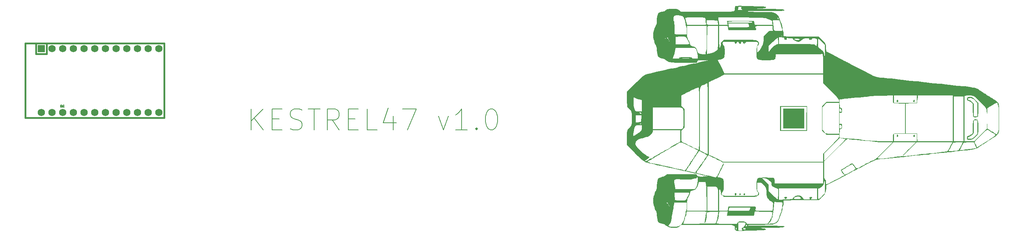
<source format=gbr>
%TF.GenerationSoftware,KiCad,Pcbnew,(6.0.7)*%
%TF.CreationDate,2022-12-15T16:20:59+01:00*%
%TF.ProjectId,Kestrel47,4b657374-7265-46c3-9437-2e6b69636164,rev?*%
%TF.SameCoordinates,Original*%
%TF.FileFunction,Legend,Top*%
%TF.FilePolarity,Positive*%
%FSLAX46Y46*%
G04 Gerber Fmt 4.6, Leading zero omitted, Abs format (unit mm)*
G04 Created by KiCad (PCBNEW (6.0.7)) date 2022-12-15 16:20:59*
%MOMM*%
%LPD*%
G01*
G04 APERTURE LIST*
%ADD10C,0.150000*%
%ADD11C,0.381000*%
%ADD12R,1.752600X1.752600*%
%ADD13C,1.752600*%
G04 APERTURE END LIST*
D10*
X69258333Y-56236904D02*
X69258333Y-51236904D01*
X72115476Y-56236904D02*
X69972619Y-53379761D01*
X72115476Y-51236904D02*
X69258333Y-54094047D01*
X74258333Y-53617857D02*
X75924999Y-53617857D01*
X76639285Y-56236904D02*
X74258333Y-56236904D01*
X74258333Y-51236904D01*
X76639285Y-51236904D01*
X78544047Y-55998809D02*
X79258333Y-56236904D01*
X80448809Y-56236904D01*
X80924999Y-55998809D01*
X81163095Y-55760714D01*
X81401190Y-55284523D01*
X81401190Y-54808333D01*
X81163095Y-54332142D01*
X80924999Y-54094047D01*
X80448809Y-53855952D01*
X79496428Y-53617857D01*
X79020238Y-53379761D01*
X78782142Y-53141666D01*
X78544047Y-52665476D01*
X78544047Y-52189285D01*
X78782142Y-51713095D01*
X79020238Y-51475000D01*
X79496428Y-51236904D01*
X80686904Y-51236904D01*
X81401190Y-51475000D01*
X82829761Y-51236904D02*
X85686904Y-51236904D01*
X84258333Y-56236904D02*
X84258333Y-51236904D01*
X90210714Y-56236904D02*
X88544047Y-53855952D01*
X87353571Y-56236904D02*
X87353571Y-51236904D01*
X89258333Y-51236904D01*
X89734523Y-51475000D01*
X89972619Y-51713095D01*
X90210714Y-52189285D01*
X90210714Y-52903571D01*
X89972619Y-53379761D01*
X89734523Y-53617857D01*
X89258333Y-53855952D01*
X87353571Y-53855952D01*
X92353571Y-53617857D02*
X94020238Y-53617857D01*
X94734523Y-56236904D02*
X92353571Y-56236904D01*
X92353571Y-51236904D01*
X94734523Y-51236904D01*
X99258333Y-56236904D02*
X96877380Y-56236904D01*
X96877380Y-51236904D01*
X103067857Y-52903571D02*
X103067857Y-56236904D01*
X101877380Y-50998809D02*
X100686904Y-54570238D01*
X103782142Y-54570238D01*
X105210714Y-51236904D02*
X108544047Y-51236904D01*
X106401190Y-56236904D01*
X113782142Y-52903571D02*
X114972619Y-56236904D01*
X116163095Y-52903571D01*
X120686904Y-56236904D02*
X117829761Y-56236904D01*
X119258333Y-56236904D02*
X119258333Y-51236904D01*
X118782142Y-51951190D01*
X118305952Y-52427380D01*
X117829761Y-52665476D01*
X122829761Y-55760714D02*
X123067857Y-55998809D01*
X122829761Y-56236904D01*
X122591666Y-55998809D01*
X122829761Y-55760714D01*
X122829761Y-56236904D01*
X126163095Y-51236904D02*
X126639285Y-51236904D01*
X127115476Y-51475000D01*
X127353571Y-51713095D01*
X127591666Y-52189285D01*
X127829761Y-53141666D01*
X127829761Y-54332142D01*
X127591666Y-55284523D01*
X127353571Y-55760714D01*
X127115476Y-55998809D01*
X126639285Y-56236904D01*
X126163095Y-56236904D01*
X125686904Y-55998809D01*
X125448809Y-55760714D01*
X125210714Y-55284523D01*
X124972619Y-54332142D01*
X124972619Y-53141666D01*
X125210714Y-52189285D01*
X125448809Y-51713095D01*
X125686904Y-51475000D01*
X126163095Y-51236904D01*
%TO.C,G\u002A\u002A\u002A*%
G36*
X184262935Y-79511831D02*
G01*
X184258930Y-79299381D01*
X184095615Y-79198537D01*
X183901150Y-79090740D01*
X183853271Y-79007862D01*
X183736189Y-78981911D01*
X183391304Y-78960351D01*
X182828158Y-78943305D01*
X182056294Y-78930898D01*
X181085252Y-78923254D01*
X179924576Y-78920499D01*
X178583806Y-78922756D01*
X177644603Y-78926842D01*
X171435935Y-78959580D01*
X171048113Y-79285982D01*
X170828657Y-79451802D01*
X170611054Y-79549674D01*
X170323427Y-79597148D01*
X169893899Y-79611774D01*
X169711328Y-79612383D01*
X169187911Y-79600176D01*
X168816073Y-79551695D01*
X168510729Y-79449154D01*
X168236174Y-79304015D01*
X168079817Y-79203756D01*
X168490828Y-79203756D01*
X168654023Y-79302919D01*
X169011975Y-79350522D01*
X169582358Y-79355047D01*
X169788349Y-79349566D01*
X170306947Y-79327802D01*
X170657810Y-79289260D01*
X170910572Y-79214478D01*
X171134867Y-79083997D01*
X171361013Y-78910042D01*
X171623593Y-78664883D01*
X172005805Y-78664883D01*
X179620537Y-78603505D01*
X179671995Y-78514486D01*
X179911294Y-78514486D01*
X179913901Y-78565628D01*
X180033210Y-78604202D01*
X180292855Y-78631709D01*
X180716470Y-78649648D01*
X181327687Y-78659520D01*
X182150139Y-78662824D01*
X182248992Y-78662851D01*
X184709294Y-78662851D01*
X184942701Y-78366122D01*
X185102169Y-78200563D01*
X185298106Y-78110817D01*
X185604411Y-78074680D01*
X185930374Y-78069393D01*
X186360261Y-78080896D01*
X186627178Y-78130205D01*
X186805024Y-78239524D01*
X186918047Y-78366122D01*
X187151454Y-78662851D01*
X192041502Y-78662851D01*
X192398321Y-78170276D01*
X192603722Y-77859137D01*
X192732702Y-77610683D01*
X192755140Y-77527363D01*
X192829507Y-77360079D01*
X192868118Y-77337461D01*
X192928851Y-77217690D01*
X193008979Y-76942460D01*
X193091533Y-76590224D01*
X193159549Y-76239435D01*
X193196057Y-75968544D01*
X193188079Y-75858006D01*
X193069858Y-75850583D01*
X192752703Y-75839637D01*
X192275015Y-75826254D01*
X191675198Y-75811524D01*
X191093458Y-75798660D01*
X189016355Y-75754907D01*
X188904541Y-76259346D01*
X188792726Y-76763785D01*
X182396706Y-76763785D01*
X182469914Y-76229673D01*
X182543123Y-75695561D01*
X180559580Y-75695561D01*
X180485397Y-76066472D01*
X180434074Y-76449745D01*
X180411283Y-76870473D01*
X180411215Y-76890309D01*
X180386069Y-77198846D01*
X180323830Y-77390675D01*
X180305979Y-77408273D01*
X180217651Y-77557816D01*
X180132507Y-77845260D01*
X180117320Y-77919717D01*
X180031506Y-78251683D01*
X179928334Y-78490803D01*
X179911294Y-78514486D01*
X179671995Y-78514486D01*
X179826367Y-78247430D01*
X179959541Y-77920197D01*
X180069728Y-77482757D01*
X180108005Y-77238552D01*
X180163160Y-76787632D01*
X180218940Y-76368507D01*
X180243546Y-76200000D01*
X180303280Y-75814253D01*
X179004993Y-75814253D01*
X178400478Y-75818019D01*
X177994030Y-75844486D01*
X177746335Y-75916406D01*
X177618079Y-76056530D01*
X177569944Y-76287610D01*
X177562617Y-76632397D01*
X177562617Y-76648959D01*
X177532979Y-77108945D01*
X177455269Y-77590881D01*
X177346291Y-78021919D01*
X177222848Y-78329214D01*
X177154144Y-78419701D01*
X177076879Y-78451630D01*
X177064220Y-78342098D01*
X177116572Y-78055603D01*
X177160463Y-77863666D01*
X177253355Y-77369086D01*
X177312460Y-76863102D01*
X177323380Y-76625312D01*
X177352467Y-76273821D01*
X177425826Y-76057731D01*
X177464940Y-76024849D01*
X177541569Y-75905683D01*
X177517281Y-75836921D01*
X177402240Y-75782928D01*
X177120968Y-75742859D01*
X176655569Y-75715650D01*
X175988148Y-75700241D01*
X175135911Y-75695561D01*
X172841907Y-75695561D01*
X172762227Y-76226907D01*
X172693490Y-76560163D01*
X172612949Y-76781585D01*
X172581040Y-76820987D01*
X172500655Y-76967562D01*
X172420298Y-77260291D01*
X172396441Y-77387538D01*
X172325370Y-77727375D01*
X172248008Y-77968576D01*
X172225219Y-78010047D01*
X172127573Y-78214794D01*
X172071447Y-78396811D01*
X172005805Y-78664883D01*
X171623593Y-78664883D01*
X171643756Y-78646058D01*
X171826787Y-78404881D01*
X171865421Y-78292809D01*
X171943875Y-78060987D01*
X172020494Y-77986272D01*
X172109109Y-77835650D01*
X172220217Y-77514718D01*
X172338076Y-77087453D01*
X172446941Y-76617827D01*
X172531070Y-76169817D01*
X172574720Y-75807396D01*
X172577570Y-75722522D01*
X172609368Y-75576603D01*
X172874299Y-75576603D01*
X177570697Y-75576869D01*
X177677088Y-75576869D01*
X180292524Y-75576869D01*
X180529907Y-75576869D01*
X182513936Y-75576869D01*
X182757361Y-75576869D01*
X187613298Y-75576869D01*
X187776906Y-75250468D01*
X187906588Y-74991000D01*
X187983886Y-74835047D01*
X187884003Y-74808998D01*
X187580179Y-74785957D01*
X187105848Y-74767105D01*
X186494445Y-74753626D01*
X185779405Y-74746699D01*
X185465499Y-74746028D01*
X184578898Y-74749206D01*
X183906664Y-74759626D01*
X183425856Y-74778614D01*
X183113531Y-74807500D01*
X182946747Y-74847610D01*
X182902118Y-74894393D01*
X182871490Y-75123373D01*
X182828929Y-75309813D01*
X182757361Y-75576869D01*
X182513936Y-75576869D01*
X182620301Y-75072430D01*
X182726665Y-74567991D01*
X185963520Y-74536405D01*
X186933824Y-74528230D01*
X187692905Y-74525695D01*
X188266882Y-74530035D01*
X188681876Y-74542484D01*
X188964005Y-74564276D01*
X189139389Y-74596645D01*
X189234148Y-74640824D01*
X189272490Y-74692748D01*
X189273178Y-74919517D01*
X189223882Y-75001399D01*
X189149866Y-75205697D01*
X189162619Y-75349495D01*
X189198915Y-75433111D01*
X189280175Y-75493317D01*
X189440736Y-75533931D01*
X189714936Y-75558765D01*
X190137112Y-75571637D01*
X190741601Y-75576360D01*
X191209085Y-75576869D01*
X193196090Y-75576869D01*
X193272344Y-74847309D01*
X193329112Y-74244387D01*
X193347542Y-73839290D01*
X193323762Y-73594973D01*
X193253900Y-73474393D01*
X193134085Y-73440506D01*
X193125299Y-73440421D01*
X192931525Y-73359383D01*
X192645195Y-73147787D01*
X192395134Y-72915044D01*
X194772897Y-72915044D01*
X196345561Y-72867406D01*
X197071094Y-72835354D01*
X197590358Y-72790025D01*
X197891902Y-72732697D01*
X197967299Y-72686142D01*
X197999872Y-72637436D01*
X198288673Y-72637436D01*
X198391905Y-72694223D01*
X198646344Y-72721251D01*
X199094428Y-72728268D01*
X199108865Y-72728271D01*
X199533396Y-72718476D01*
X199847057Y-72692575D01*
X199991719Y-72655791D01*
X199995327Y-72648598D01*
X199924126Y-72508659D01*
X199798894Y-72351870D01*
X199520362Y-72190874D01*
X199143965Y-72145460D01*
X198754810Y-72204924D01*
X198438009Y-72358559D01*
X198294212Y-72541142D01*
X198288673Y-72637436D01*
X197999872Y-72637436D01*
X198078178Y-72520344D01*
X198290028Y-72279986D01*
X198343916Y-72224973D01*
X198730751Y-71979531D01*
X199197402Y-71886167D01*
X199679037Y-71933385D01*
X200110821Y-72109689D01*
X200427918Y-72403583D01*
X200530422Y-72612676D01*
X200603914Y-72741919D01*
X200759019Y-72813183D01*
X201053471Y-72842611D01*
X201368279Y-72846963D01*
X201832602Y-72823441D01*
X202088577Y-72755911D01*
X202126303Y-72648932D01*
X202013084Y-72550234D01*
X201892944Y-72408979D01*
X201981708Y-72298225D01*
X202250467Y-72253505D01*
X202527339Y-72280512D01*
X202586692Y-72383148D01*
X202442279Y-72593833D01*
X202410109Y-72629907D01*
X202319753Y-72745098D01*
X202337340Y-72810092D01*
X202502019Y-72839207D01*
X202852935Y-72846761D01*
X203003567Y-72846963D01*
X203793458Y-72846963D01*
X203793458Y-71504163D01*
X204030841Y-71504163D01*
X204037963Y-72081048D01*
X204062272Y-72454702D01*
X204108187Y-72658932D01*
X204180127Y-72727546D01*
X204190811Y-72728271D01*
X204342548Y-72647148D01*
X204604111Y-72431597D01*
X204926208Y-72123348D01*
X205021653Y-72024933D01*
X205692524Y-71321595D01*
X205684181Y-69799466D01*
X205673290Y-69202296D01*
X205649611Y-68675498D01*
X205616535Y-68273148D01*
X205577454Y-68049323D01*
X205573832Y-68039954D01*
X205515672Y-67977042D01*
X205480015Y-68124307D01*
X205464012Y-68494537D01*
X205463483Y-68535286D01*
X205385506Y-69168323D01*
X205154002Y-69637506D01*
X204747810Y-69976035D01*
X204458339Y-70112318D01*
X204030841Y-70280055D01*
X204030841Y-71504163D01*
X203793458Y-71504163D01*
X203793458Y-70235748D01*
X194772897Y-70235748D01*
X194772897Y-72915044D01*
X192395134Y-72915044D01*
X192353868Y-72876636D01*
X192069563Y-72575555D01*
X191905849Y-72346950D01*
X191829437Y-72105209D01*
X191807036Y-71764720D01*
X191805672Y-71466832D01*
X191749783Y-70698861D01*
X191565450Y-70077995D01*
X191227481Y-69537584D01*
X190968425Y-69251946D01*
X190669786Y-68979948D01*
X190429946Y-68852146D01*
X190159499Y-68827304D01*
X190061323Y-68833574D01*
X189609813Y-68870795D01*
X189575702Y-69827588D01*
X189565637Y-70319640D01*
X189585338Y-70635286D01*
X189645441Y-70834731D01*
X189756583Y-70978179D01*
X189783413Y-71003227D01*
X190001704Y-71313278D01*
X189986750Y-71622447D01*
X189741992Y-71911642D01*
X189603029Y-72004398D01*
X189476022Y-72073767D01*
X189337918Y-72128917D01*
X189161464Y-72171473D01*
X188919408Y-72203063D01*
X188584498Y-72225314D01*
X188129480Y-72239852D01*
X187527103Y-72248306D01*
X186750113Y-72252301D01*
X185771260Y-72253465D01*
X185430354Y-72253505D01*
X181679884Y-72253505D01*
X181271864Y-71942293D01*
X181007257Y-71704463D01*
X180912033Y-71494326D01*
X180923065Y-71321294D01*
X180915829Y-71069360D01*
X180840086Y-70765168D01*
X180727118Y-70498499D01*
X180608204Y-70359135D01*
X180586205Y-70354440D01*
X180569850Y-70467483D01*
X180555363Y-70784030D01*
X180543475Y-71270200D01*
X180534915Y-71892116D01*
X180530413Y-72615900D01*
X180529907Y-72965654D01*
X180529907Y-75576869D01*
X180292524Y-75576869D01*
X180292524Y-72865359D01*
X180293118Y-71922587D01*
X180286403Y-71190934D01*
X180259631Y-70644199D01*
X180200052Y-70256179D01*
X180094918Y-70000673D01*
X179931482Y-69851480D01*
X179696995Y-69782396D01*
X179378707Y-69767222D01*
X178963872Y-69779754D01*
X178794185Y-69785815D01*
X177740654Y-69820327D01*
X177677088Y-75576869D01*
X177570697Y-75576869D01*
X177519711Y-72698598D01*
X177501827Y-71860067D01*
X177479317Y-71069323D01*
X177453795Y-70367615D01*
X177426876Y-69796193D01*
X177400174Y-69396307D01*
X177385028Y-69256542D01*
X177301331Y-68692757D01*
X175689970Y-68692757D01*
X175615222Y-69078505D01*
X175506898Y-69406386D01*
X175315177Y-69807706D01*
X175197102Y-70010802D01*
X174951130Y-70354658D01*
X174719304Y-70539811D01*
X174425016Y-70626908D01*
X174417209Y-70628190D01*
X173945283Y-70765974D01*
X173692899Y-70991150D01*
X173645795Y-71187761D01*
X173592203Y-71397448D01*
X173452378Y-71736346D01*
X173276185Y-72093088D01*
X173116599Y-72407169D01*
X173010226Y-72676843D01*
X172945540Y-72964539D01*
X172911013Y-73332689D01*
X172895115Y-73843720D01*
X172890437Y-74182110D01*
X172874299Y-75576603D01*
X172609368Y-75576603D01*
X172622691Y-75515462D01*
X172696262Y-75458178D01*
X172755041Y-75347127D01*
X172796346Y-75043945D01*
X172814558Y-74593588D01*
X172814953Y-74508645D01*
X172814953Y-73559112D01*
X169877337Y-73559112D01*
X169812233Y-73885514D01*
X169763705Y-74180268D01*
X169705430Y-74605555D01*
X169663074Y-74956395D01*
X169604892Y-75352959D01*
X169536935Y-75645445D01*
X169481141Y-75761364D01*
X169430515Y-75907109D01*
X169450706Y-75997603D01*
X169442305Y-76234469D01*
X169390189Y-76327530D01*
X169319881Y-76521073D01*
X169264392Y-76871375D01*
X169238383Y-77245878D01*
X169202182Y-77788368D01*
X169114087Y-78178012D01*
X168944311Y-78498317D01*
X168678003Y-78816833D01*
X168504714Y-79044555D01*
X168490828Y-79203756D01*
X168079817Y-79203756D01*
X167915847Y-79098615D01*
X167684096Y-78917734D01*
X167621581Y-78848284D01*
X167462522Y-78747578D01*
X167148448Y-78646550D01*
X166892196Y-78592867D01*
X166461563Y-78490608D01*
X166157247Y-78326721D01*
X165954122Y-78061581D01*
X165827062Y-77655563D01*
X165750941Y-77069043D01*
X165727954Y-76756798D01*
X165683049Y-76197985D01*
X165627151Y-75830318D01*
X165549875Y-75607561D01*
X165442201Y-75484439D01*
X165281644Y-75270502D01*
X165167375Y-74943948D01*
X165157600Y-74890981D01*
X165080788Y-74540014D01*
X165029071Y-74389954D01*
X168542056Y-74389954D01*
X168632378Y-74505196D01*
X168660748Y-74508645D01*
X168775990Y-74418324D01*
X168779439Y-74389954D01*
X168689118Y-74274711D01*
X168660748Y-74271262D01*
X168545505Y-74361583D01*
X168542056Y-74389954D01*
X165029071Y-74389954D01*
X164986253Y-74265714D01*
X164974824Y-74243200D01*
X164936619Y-74093225D01*
X168423365Y-74093225D01*
X168482710Y-74152570D01*
X168542056Y-74093225D01*
X168482710Y-74033879D01*
X168423365Y-74093225D01*
X164936619Y-74093225D01*
X164913807Y-74003677D01*
X164877406Y-73607313D01*
X164877303Y-73603152D01*
X168102378Y-73603152D01*
X168108884Y-73727334D01*
X168185982Y-73796496D01*
X168373801Y-73859231D01*
X168414642Y-73775806D01*
X168328411Y-73654066D01*
X168165434Y-73578025D01*
X168102378Y-73603152D01*
X164877303Y-73603152D01*
X164865621Y-73133369D01*
X164878451Y-72661108D01*
X164915897Y-72269791D01*
X164971820Y-72055686D01*
X169966355Y-72055686D01*
X169976449Y-72489862D01*
X170003065Y-72826247D01*
X170040704Y-72998858D01*
X170045483Y-73005218D01*
X170190707Y-73038518D01*
X170518779Y-73064905D01*
X170975188Y-73081001D01*
X171322540Y-73084346D01*
X171871345Y-73080423D01*
X172232192Y-73062308D01*
X172454460Y-73020481D01*
X172587529Y-72945425D01*
X172680778Y-72827621D01*
X172684420Y-72821818D01*
X172929884Y-72403874D01*
X173152455Y-71981875D01*
X173321026Y-71619249D01*
X173404488Y-71379424D01*
X173408411Y-71345640D01*
X173361746Y-71280711D01*
X173201440Y-71235050D01*
X172897034Y-71205819D01*
X172418065Y-71190180D01*
X171734070Y-71185294D01*
X171687383Y-71185281D01*
X169966355Y-71185281D01*
X169966355Y-72055686D01*
X164971820Y-72055686D01*
X164974824Y-72044184D01*
X165068749Y-71790038D01*
X165150081Y-71441041D01*
X165157600Y-71396402D01*
X165259341Y-71063502D01*
X165416742Y-70823839D01*
X165442412Y-70802944D01*
X165550309Y-70680015D01*
X165626229Y-70460632D01*
X165680410Y-70098357D01*
X165723091Y-69546753D01*
X165724493Y-69523598D01*
X165779883Y-68820946D01*
X165834884Y-68461758D01*
X169835402Y-68461758D01*
X169876592Y-68799893D01*
X169963297Y-69317516D01*
X169993270Y-69493926D01*
X170138563Y-70354440D01*
X172455964Y-70353525D01*
X174773365Y-70352611D01*
X175061455Y-69849086D01*
X175242190Y-69449504D01*
X175350770Y-68975652D01*
X175403107Y-68425701D01*
X175417566Y-67920179D01*
X175392860Y-67606316D01*
X175335426Y-67505841D01*
X175191946Y-67600664D01*
X175145863Y-67683879D01*
X174974143Y-67818536D01*
X174658398Y-67861916D01*
X174382342Y-67891481D01*
X174243243Y-67964260D01*
X174239253Y-67980608D01*
X174129249Y-68024128D01*
X173833628Y-68058055D01*
X173403972Y-68082114D01*
X172891861Y-68096032D01*
X172348880Y-68099535D01*
X171826609Y-68092348D01*
X171376631Y-68074198D01*
X171050528Y-68044809D01*
X170899883Y-68003909D01*
X170896106Y-67998372D01*
X170768965Y-67964315D01*
X170491561Y-67992872D01*
X170322430Y-68028924D01*
X170083241Y-68086694D01*
X169928895Y-68148917D01*
X169849559Y-68259352D01*
X169835402Y-68461758D01*
X165834884Y-68461758D01*
X165856524Y-68320432D01*
X165967295Y-67986958D01*
X166125073Y-67785429D01*
X166342738Y-67680746D01*
X166406119Y-67665973D01*
X166680116Y-67584430D01*
X166830503Y-67490511D01*
X166984320Y-67414401D01*
X167222764Y-67387150D01*
X167430483Y-67327804D01*
X175070094Y-67327804D01*
X175129439Y-67387150D01*
X175188785Y-67327804D01*
X175129439Y-67268458D01*
X175070094Y-67327804D01*
X167430483Y-67327804D01*
X167573506Y-67286942D01*
X167829907Y-67090421D01*
X168108669Y-66793692D01*
X175052864Y-66793692D01*
X175286271Y-67090421D01*
X175403841Y-67223652D01*
X175538098Y-67308862D01*
X175740211Y-67355946D01*
X176061347Y-67374802D01*
X176552676Y-67375325D01*
X176748858Y-67373297D01*
X177978038Y-67359444D01*
X177147196Y-67196728D01*
X176695873Y-67099328D01*
X176311958Y-67000520D01*
X176078972Y-66921852D01*
X175861277Y-66853596D01*
X175474858Y-66763808D01*
X174985604Y-66667100D01*
X174714019Y-66619195D01*
X174197514Y-66525637D01*
X173749747Y-66433098D01*
X173436580Y-66355713D01*
X173349066Y-66326273D01*
X173129129Y-66259169D01*
X172743633Y-66167110D01*
X172260877Y-66065905D01*
X172043458Y-66024084D01*
X171899143Y-65995268D01*
X172696262Y-65995268D01*
X172804782Y-66033751D01*
X173094569Y-66095393D01*
X173511961Y-66169293D01*
X173705140Y-66200234D01*
X174159317Y-66282369D01*
X174507395Y-66367176D01*
X174695571Y-66440601D01*
X174714019Y-66463748D01*
X174787868Y-66516735D01*
X174832710Y-66496963D01*
X174903818Y-66384670D01*
X175154894Y-66384670D01*
X175163487Y-66518954D01*
X175274542Y-66589468D01*
X175341339Y-66605821D01*
X175560911Y-66652380D01*
X175952606Y-66738377D01*
X176457056Y-66850691D01*
X176909813Y-66952458D01*
X177489161Y-67080935D01*
X178030687Y-67196967D01*
X178463974Y-67285683D01*
X178675126Y-67325276D01*
X179030828Y-67409337D01*
X179310561Y-67514957D01*
X179341880Y-67532693D01*
X179634973Y-67608173D01*
X179902570Y-67450354D01*
X180144335Y-67064405D01*
X180288020Y-66770546D01*
X180394983Y-66581319D01*
X180414491Y-66556309D01*
X180494586Y-66420860D01*
X180628033Y-66142914D01*
X180707944Y-65962851D01*
X180856093Y-65640055D01*
X180973590Y-65419056D01*
X181010145Y-65369393D01*
X181092380Y-65233429D01*
X181223991Y-64951311D01*
X181310150Y-64746707D01*
X181457295Y-64426661D01*
X181584369Y-64222354D01*
X181635802Y-64182922D01*
X181674752Y-64273089D01*
X181641127Y-64474488D01*
X181560727Y-64682306D01*
X181489839Y-64775935D01*
X181401647Y-64911610D01*
X181263086Y-65189996D01*
X181182710Y-65369393D01*
X181034562Y-65692189D01*
X180917065Y-65913188D01*
X180880510Y-65962851D01*
X180798274Y-66098814D01*
X180666663Y-66380933D01*
X180580505Y-66585537D01*
X180434857Y-66905442D01*
X180311460Y-67109762D01*
X180262851Y-67149322D01*
X180190449Y-67249372D01*
X180173832Y-67387150D01*
X180219756Y-67550121D01*
X180399537Y-67616374D01*
X180593428Y-67624533D01*
X180972735Y-67680045D01*
X181301849Y-67813799D01*
X181305578Y-67816221D01*
X181430298Y-67908615D01*
X181513361Y-68021879D01*
X181563220Y-68201778D01*
X181588327Y-68494078D01*
X181597135Y-68944543D01*
X181598131Y-69400162D01*
X181594131Y-70006165D01*
X181577559Y-70421286D01*
X181541557Y-70691956D01*
X181479266Y-70864606D01*
X181383828Y-70985668D01*
X181360748Y-71007243D01*
X181162262Y-71296801D01*
X181138103Y-71597293D01*
X181285776Y-71834229D01*
X181390421Y-71893732D01*
X181586687Y-71925355D01*
X181982227Y-71951907D01*
X182542117Y-71973387D01*
X183231435Y-71989799D01*
X184015256Y-72001145D01*
X184858657Y-72007426D01*
X185726714Y-72008645D01*
X186584503Y-72004803D01*
X187397101Y-71995903D01*
X188129585Y-71981947D01*
X188747030Y-71962936D01*
X189214513Y-71938874D01*
X189497110Y-71909761D01*
X189558270Y-71893254D01*
X189733588Y-71682244D01*
X189785816Y-71372324D01*
X189709092Y-71071002D01*
X189609813Y-70947897D01*
X189528736Y-70827447D01*
X189475207Y-70600089D01*
X189444657Y-70226865D01*
X189432520Y-69668815D01*
X189431776Y-69429392D01*
X189432524Y-68794684D01*
X189455972Y-68329266D01*
X189533928Y-68006930D01*
X189698199Y-67801470D01*
X189841481Y-67743225D01*
X190684404Y-67743225D01*
X191482389Y-68547372D01*
X192280374Y-69351518D01*
X192280374Y-70786247D01*
X193333315Y-71816605D01*
X193740683Y-72209683D01*
X194087225Y-72533639D01*
X194337999Y-72756544D01*
X194458063Y-72846469D01*
X194460885Y-72846963D01*
X194491627Y-72736557D01*
X194515694Y-72438421D01*
X194530145Y-72002181D01*
X194532945Y-71630374D01*
X194530377Y-70413785D01*
X194189757Y-70235748D01*
X193675018Y-69965624D01*
X193333947Y-69774891D01*
X193130853Y-69631048D01*
X193030044Y-69501595D01*
X192995829Y-69354030D01*
X192992518Y-69155853D01*
X192992524Y-69145541D01*
X192970184Y-68856398D01*
X192914685Y-68701172D01*
X192896213Y-68692757D01*
X192747810Y-68619420D01*
X192547154Y-68457287D01*
X192098035Y-68118017D01*
X191602593Y-67867259D01*
X191149502Y-67747688D01*
X191063358Y-67743225D01*
X190684404Y-67743225D01*
X189841481Y-67743225D01*
X189980590Y-67686676D01*
X190412909Y-67636341D01*
X191026963Y-67624258D01*
X191622228Y-67624533D01*
X192431074Y-67632887D01*
X193015504Y-67658554D01*
X193387917Y-67702447D01*
X193560711Y-67765474D01*
X193562243Y-67766963D01*
X193646904Y-67963944D01*
X193697921Y-68299376D01*
X193704673Y-68479112D01*
X193704673Y-69048832D01*
X205217757Y-69048832D01*
X205217757Y-64061628D01*
X193364070Y-64064919D01*
X191703810Y-64064650D01*
X190108853Y-64062969D01*
X188595448Y-64059973D01*
X187179844Y-64055756D01*
X185878290Y-64050415D01*
X184707034Y-64044046D01*
X183682325Y-64036744D01*
X182820412Y-64028604D01*
X182137544Y-64019724D01*
X181649970Y-64010197D01*
X181373937Y-64000120D01*
X181316874Y-63993953D01*
X181150798Y-63889914D01*
X181123365Y-63837150D01*
X181021575Y-63754462D01*
X180760073Y-63630464D01*
X180529907Y-63541200D01*
X180198565Y-63407758D01*
X179983153Y-63293578D01*
X179936449Y-63244471D01*
X179834650Y-63161343D01*
X179573129Y-63037056D01*
X179342991Y-62947742D01*
X179011666Y-62814492D01*
X178796253Y-62700789D01*
X178749533Y-62652087D01*
X178646691Y-62573169D01*
X178389726Y-62475918D01*
X178285054Y-62445860D01*
X177980889Y-62379015D01*
X177819195Y-62406997D01*
X177717141Y-62549874D01*
X177699450Y-62587723D01*
X177568992Y-62811764D01*
X177339426Y-63151679D01*
X177058577Y-63536899D01*
X177036359Y-63566203D01*
X176775877Y-63919816D01*
X176583870Y-64201630D01*
X176496308Y-64358400D01*
X176494393Y-64368457D01*
X176427576Y-64497628D01*
X176248964Y-64766734D01*
X175991316Y-65127415D01*
X175863740Y-65299481D01*
X175493035Y-65804905D01*
X175260748Y-66156644D01*
X175154894Y-66384670D01*
X174903818Y-66384670D01*
X174941286Y-66325501D01*
X174951402Y-66248850D01*
X175047309Y-66057123D01*
X175129439Y-66005773D01*
X175286595Y-65885344D01*
X175307477Y-65824340D01*
X175378421Y-65668680D01*
X175573546Y-65367796D01*
X175866290Y-64959841D01*
X176230088Y-64482969D01*
X176326600Y-64360514D01*
X176522328Y-64058412D01*
X176620392Y-63856075D01*
X176745987Y-63650325D01*
X176847530Y-63589019D01*
X176963517Y-63497176D01*
X176969159Y-63457735D01*
X177037926Y-63293590D01*
X177212446Y-63026066D01*
X177325234Y-62876869D01*
X177534438Y-62591094D01*
X177662482Y-62374488D01*
X177681309Y-62314659D01*
X177646012Y-62278889D01*
X178037383Y-62278889D01*
X178358261Y-62359424D01*
X178584638Y-62442703D01*
X178969413Y-62611478D01*
X179460304Y-62841857D01*
X180005033Y-63109946D01*
X180049616Y-63132430D01*
X181420094Y-63824902D01*
X193318925Y-63825652D01*
X205217757Y-63826402D01*
X205217757Y-63765121D01*
X205455140Y-63765121D01*
X205457780Y-65724500D01*
X205461247Y-66461020D01*
X205472075Y-66999271D01*
X205494331Y-67378342D01*
X205532081Y-67637325D01*
X205589394Y-67815308D01*
X205670337Y-67951384D01*
X205692524Y-67980608D01*
X205876933Y-68379235D01*
X205927268Y-68775720D01*
X205929907Y-69274102D01*
X206315654Y-69107355D01*
X206575042Y-68985318D01*
X206984635Y-68781378D01*
X207485217Y-68525402D01*
X207947664Y-68284145D01*
X208502317Y-67993209D01*
X209039335Y-67713654D01*
X209490181Y-67481044D01*
X209743623Y-67352221D01*
X210293321Y-67076760D01*
X209954526Y-66668170D01*
X209746980Y-66387596D01*
X209625413Y-66164854D01*
X209612539Y-66111215D01*
X209530043Y-65973277D01*
X209483650Y-65962851D01*
X209433300Y-65933285D01*
X209619788Y-65933285D01*
X209996042Y-66422834D01*
X210225611Y-66699935D01*
X210404508Y-66877387D01*
X210466169Y-66912383D01*
X210618004Y-66863544D01*
X210905464Y-66738364D01*
X211123246Y-66634180D01*
X211846876Y-66264126D01*
X212361115Y-65972590D01*
X212660052Y-65762934D01*
X212668717Y-65755140D01*
X212859113Y-65628127D01*
X212937186Y-65606776D01*
X212950240Y-65518008D01*
X212856217Y-65295271D01*
X212798292Y-65191355D01*
X212623571Y-64930463D01*
X212486488Y-64786082D01*
X212460063Y-64775935D01*
X212357878Y-64677181D01*
X212285762Y-64508879D01*
X212204764Y-64351230D01*
X212143336Y-64390187D01*
X211998369Y-64527912D01*
X211942030Y-64538552D01*
X211775703Y-64600986D01*
X211483843Y-64763373D01*
X211185108Y-64953972D01*
X210855091Y-65170386D01*
X210609391Y-65320654D01*
X210509486Y-65369393D01*
X210383832Y-65430030D01*
X210139142Y-65582067D01*
X210035259Y-65651339D01*
X209619788Y-65933285D01*
X209433300Y-65933285D01*
X209399136Y-65913224D01*
X209482393Y-65792378D01*
X209692575Y-65642365D01*
X209890892Y-65543565D01*
X210235635Y-65364681D01*
X210608327Y-65126393D01*
X210670957Y-65080909D01*
X210957643Y-64891304D01*
X211182160Y-64784548D01*
X211228844Y-64775935D01*
X211420649Y-64687010D01*
X211472841Y-64625071D01*
X211710982Y-64407905D01*
X212027867Y-64297575D01*
X212318257Y-64325315D01*
X212374399Y-64357497D01*
X212541288Y-64522657D01*
X212581459Y-64610982D01*
X212655725Y-64759885D01*
X212835776Y-65005135D01*
X212912659Y-65097730D01*
X213177386Y-65351879D01*
X213404263Y-65424934D01*
X213501293Y-65410289D01*
X213706317Y-65326480D01*
X213763552Y-65261876D01*
X213863217Y-65175730D01*
X214122076Y-65032819D01*
X214416355Y-64894626D01*
X214762002Y-64729960D01*
X214998656Y-64593341D01*
X215069159Y-64525454D01*
X215170941Y-64443213D01*
X215432423Y-64319510D01*
X215662617Y-64230296D01*
X215993958Y-64096854D01*
X216209371Y-63982674D01*
X216256075Y-63933567D01*
X216357873Y-63850439D01*
X216619395Y-63726152D01*
X216849533Y-63636838D01*
X217181061Y-63501264D01*
X217396465Y-63381787D01*
X217442991Y-63328189D01*
X217537352Y-63237840D01*
X217591355Y-63230314D01*
X217713671Y-63148876D01*
X217977664Y-62921578D01*
X217997793Y-62903077D01*
X218304350Y-62903077D01*
X218316438Y-63043392D01*
X218502985Y-63103500D01*
X218867062Y-63102597D01*
X219411743Y-63059877D01*
X220140102Y-62994538D01*
X220232243Y-62986737D01*
X220832563Y-62930466D01*
X221362750Y-62869691D01*
X221769432Y-62811294D01*
X221999239Y-62762159D01*
X222012617Y-62757119D01*
X222094027Y-62726536D01*
X222199137Y-62698943D01*
X222352230Y-62672054D01*
X222577591Y-62643581D01*
X222899502Y-62611237D01*
X223342247Y-62572733D01*
X223930111Y-62525783D01*
X224687377Y-62468099D01*
X225638328Y-62397395D01*
X226522897Y-62332267D01*
X227010854Y-62287888D01*
X227410851Y-62235697D01*
X227661930Y-62184335D01*
X227709813Y-62164006D01*
X227857973Y-62129212D01*
X228207535Y-62081305D01*
X228723120Y-62024071D01*
X229369349Y-61961294D01*
X230110844Y-61896761D01*
X230499066Y-61865580D01*
X231273978Y-61801054D01*
X231970582Y-61735472D01*
X232553595Y-61672775D01*
X232987738Y-61616903D01*
X233237728Y-61571795D01*
X233282383Y-61554748D01*
X233457905Y-61496542D01*
X233783374Y-61459538D01*
X234015728Y-61452570D01*
X234358618Y-61439744D01*
X234615977Y-61377588D01*
X234793991Y-61253771D01*
X235136980Y-61253771D01*
X235242439Y-61288207D01*
X235532909Y-61299805D01*
X235957043Y-61287753D01*
X236225935Y-61270954D01*
X236812531Y-61214659D01*
X237198631Y-61143203D01*
X237405621Y-61055038D01*
X237739253Y-61055038D01*
X237845444Y-61079773D01*
X238114092Y-61094602D01*
X238273365Y-61096496D01*
X238591897Y-61072921D01*
X238782969Y-61013275D01*
X238807477Y-60977804D01*
X238914535Y-60911078D01*
X239189525Y-60866945D01*
X239430608Y-60856726D01*
X239836039Y-60840774D01*
X240310919Y-60801033D01*
X240791330Y-60745657D01*
X241213353Y-60682800D01*
X241513070Y-60620619D01*
X241621473Y-60577204D01*
X241605716Y-60447951D01*
X241505791Y-60170236D01*
X241366137Y-59853719D01*
X241097850Y-59286605D01*
X241260523Y-59286605D01*
X241264992Y-59313760D01*
X241348860Y-59507184D01*
X241408691Y-59553505D01*
X241497382Y-59653438D01*
X241614090Y-59900565D01*
X241639914Y-59968926D01*
X241759527Y-60238621D01*
X241864819Y-60378764D01*
X241881819Y-60384346D01*
X242017826Y-60319884D01*
X242286910Y-60150758D01*
X242631223Y-59913363D01*
X242636509Y-59909580D01*
X242977705Y-59671980D01*
X243240155Y-59501695D01*
X243368125Y-59434847D01*
X243369008Y-59434813D01*
X243496987Y-59370814D01*
X243748062Y-59207165D01*
X243930051Y-59078739D01*
X244243181Y-58873316D01*
X244496143Y-58744664D01*
X244581827Y-58722664D01*
X244727962Y-58650309D01*
X244742056Y-58600247D01*
X244838519Y-58462444D01*
X244949767Y-58403426D01*
X245157869Y-58294968D01*
X245473803Y-58094471D01*
X245715234Y-57926701D01*
X246023842Y-57695943D01*
X246166680Y-57547890D01*
X246173322Y-57430369D01*
X246074603Y-57292681D01*
X245880444Y-57116368D01*
X245753850Y-57060982D01*
X245598015Y-56996573D01*
X245318658Y-56829519D01*
X245047186Y-56645561D01*
X244699295Y-56421882D01*
X244401021Y-56271068D01*
X244252786Y-56230140D01*
X244102570Y-56310842D01*
X243819539Y-56534277D01*
X243435802Y-56872441D01*
X242983468Y-57297329D01*
X242622491Y-57652078D01*
X242075215Y-58208076D01*
X241684132Y-58626574D01*
X241430490Y-58930526D01*
X241295537Y-59142885D01*
X241260523Y-59286605D01*
X241097850Y-59286605D01*
X241051791Y-59189245D01*
X239844828Y-59223011D01*
X238637865Y-59256776D01*
X238188559Y-60135178D01*
X237982678Y-60542317D01*
X237826435Y-60860126D01*
X237745245Y-61036573D01*
X237739253Y-61055038D01*
X237405621Y-61055038D01*
X237421018Y-61048480D01*
X237478372Y-60994988D01*
X237606412Y-60796669D01*
X237800199Y-60455456D01*
X238020218Y-60041224D01*
X238044288Y-59994275D01*
X238455663Y-59188783D01*
X237301792Y-59222779D01*
X236147920Y-59256776D01*
X235646921Y-60206309D01*
X235423949Y-60637344D01*
X235249868Y-60989863D01*
X235150499Y-61210832D01*
X235136980Y-61253771D01*
X234793991Y-61253771D01*
X234827322Y-61230588D01*
X235032173Y-60963229D01*
X235270046Y-60539996D01*
X235470976Y-60144742D01*
X235945121Y-59197430D01*
X227404167Y-59197430D01*
X225825741Y-60799767D01*
X225326492Y-61301110D01*
X224880837Y-61738298D01*
X224516431Y-62085035D01*
X224260931Y-62315025D01*
X224141992Y-62401972D01*
X224140494Y-62402103D01*
X224186391Y-62322954D01*
X224377484Y-62102488D01*
X224690051Y-61766176D01*
X225100372Y-61339488D01*
X225584728Y-60847896D01*
X225632710Y-60799767D01*
X227231749Y-59197430D01*
X221889757Y-59197430D01*
X219939104Y-61155841D01*
X219284096Y-61808938D01*
X218791252Y-62305046D01*
X218463645Y-62663360D01*
X218304350Y-62903077D01*
X217997793Y-62903077D01*
X218358396Y-62571644D01*
X218830930Y-62122302D01*
X219370327Y-61596777D01*
X219757477Y-61212858D01*
X221775234Y-59198032D01*
X219734809Y-59197731D01*
X219063219Y-59192120D01*
X218477407Y-59176757D01*
X218017253Y-59153534D01*
X217722631Y-59124346D01*
X217632885Y-59097924D01*
X217502617Y-59063099D01*
X217167330Y-59016230D01*
X216658895Y-58960554D01*
X216009183Y-58899307D01*
X215250066Y-58835725D01*
X214480553Y-58777814D01*
X213652810Y-58715243D01*
X212908751Y-58652296D01*
X212279420Y-58592148D01*
X211795858Y-58537970D01*
X211489110Y-58492937D01*
X211389720Y-58461900D01*
X211289006Y-58387371D01*
X211123611Y-58366589D01*
X210979545Y-58428390D01*
X210722427Y-58619437D01*
X210342951Y-58948193D01*
X209831814Y-59423122D01*
X209179710Y-60052689D01*
X208377335Y-60845358D01*
X208156321Y-61065855D01*
X205455140Y-63765121D01*
X205217757Y-63765121D01*
X205217757Y-63646294D01*
X205455140Y-63646294D01*
X208007010Y-61096496D01*
X208643330Y-60458208D01*
X209221712Y-59873265D01*
X209721661Y-59362773D01*
X210122684Y-58947841D01*
X210404284Y-58649575D01*
X210545969Y-58489083D01*
X210558879Y-58468297D01*
X210451321Y-58414902D01*
X210171180Y-58354022D01*
X209831850Y-58305516D01*
X209104821Y-58221136D01*
X207279981Y-60043127D01*
X205455140Y-61865119D01*
X205455140Y-63646294D01*
X205217757Y-63646294D01*
X205217757Y-61918039D01*
X207116823Y-60017310D01*
X207746491Y-59382742D01*
X208224153Y-58889226D01*
X208569292Y-58513672D01*
X208801390Y-58232993D01*
X208939931Y-58024099D01*
X209004399Y-57863903D01*
X209015888Y-57766819D01*
X209015888Y-57417056D01*
X206052767Y-57417056D01*
X205516570Y-56903290D01*
X204980374Y-56389524D01*
X204980374Y-56132867D01*
X205099066Y-56132867D01*
X205425467Y-56592112D01*
X205656084Y-56876648D01*
X205862608Y-57066229D01*
X205929907Y-57101747D01*
X206112986Y-57122344D01*
X206480335Y-57141284D01*
X206978838Y-57156479D01*
X207555382Y-57165842D01*
X207561916Y-57165905D01*
X209015888Y-57179673D01*
X209015888Y-55458645D01*
X209134580Y-55458645D01*
X209161134Y-55744962D01*
X209264798Y-55860487D01*
X209371963Y-55874066D01*
X209535572Y-55827596D01*
X209601586Y-55646184D01*
X209609346Y-55458645D01*
X209582792Y-55172329D01*
X209479128Y-55056804D01*
X209371963Y-55043225D01*
X209208353Y-55089694D01*
X209142339Y-55271106D01*
X209134580Y-55458645D01*
X209015888Y-55458645D01*
X209015888Y-51533120D01*
X209134580Y-51533120D01*
X209159217Y-51822012D01*
X209257913Y-51940779D01*
X209379483Y-51957243D01*
X209546138Y-51917944D01*
X209597023Y-51755375D01*
X209587193Y-51572468D01*
X209493809Y-51254157D01*
X209342290Y-51148344D01*
X209200863Y-51168901D01*
X209142111Y-51338971D01*
X209134580Y-51533120D01*
X209015888Y-51533120D01*
X209015888Y-49820795D01*
X206011843Y-49820795D01*
X205555454Y-50300559D01*
X205099066Y-50780323D01*
X205099066Y-56132867D01*
X204980374Y-56132867D01*
X204980374Y-50610944D01*
X205516570Y-50097178D01*
X206052767Y-49583412D01*
X209015888Y-49583412D01*
X209015888Y-49233649D01*
X208992280Y-49094050D01*
X208941515Y-48989954D01*
X209124979Y-48989954D01*
X209159452Y-49969159D01*
X209181115Y-50451620D01*
X209214107Y-50746068D01*
X209273059Y-50901851D01*
X209372600Y-50968316D01*
X209460982Y-50986293D01*
X209621975Y-51037569D01*
X209701392Y-51174357D01*
X209726802Y-51460983D01*
X209728038Y-51609424D01*
X209718098Y-51958548D01*
X209667627Y-52131575D01*
X209545647Y-52189596D01*
X209431309Y-52194626D01*
X209134580Y-52194626D01*
X209134580Y-54805841D01*
X209431309Y-54805841D01*
X209608333Y-54825445D01*
X209696067Y-54924982D01*
X209725487Y-55165548D01*
X209728038Y-55391044D01*
X209715072Y-55745673D01*
X209657796Y-55927835D01*
X209528642Y-56001858D01*
X209460982Y-56014175D01*
X209331344Y-56048851D01*
X209249586Y-56140124D01*
X209202008Y-56336241D01*
X209174913Y-56685448D01*
X209159863Y-57074781D01*
X209125801Y-58097459D01*
X209693975Y-58166871D01*
X210002384Y-58198263D01*
X210494686Y-58241013D01*
X211117905Y-58290842D01*
X211819068Y-58343474D01*
X212339253Y-58380482D01*
X213016308Y-58431695D01*
X213607849Y-58484438D01*
X214074542Y-58534556D01*
X214377050Y-58577890D01*
X214475701Y-58606275D01*
X214622643Y-58654851D01*
X214972695Y-58705699D01*
X215491623Y-58756640D01*
X216145195Y-58805499D01*
X216899179Y-58850097D01*
X217719343Y-58888257D01*
X218571454Y-58917803D01*
X219421279Y-58936556D01*
X219727804Y-58940319D01*
X221834580Y-58960047D01*
X222071963Y-58960047D01*
X227531776Y-58960047D01*
X227531776Y-57179673D01*
X222071963Y-57179673D01*
X222071963Y-58960047D01*
X221834580Y-58960047D01*
X221834580Y-58082559D01*
X221845815Y-57604306D01*
X221885744Y-57315442D01*
X221963698Y-57168763D01*
X222022324Y-57133026D01*
X222215084Y-57102875D01*
X222585512Y-57078924D01*
X223073913Y-57064193D01*
X223446624Y-57060982D01*
X224683178Y-57060982D01*
X224683178Y-57053207D01*
X224920561Y-57053207D01*
X226255841Y-57086767D01*
X227591122Y-57120327D01*
X227625787Y-58040187D01*
X227660453Y-58960047D01*
X236077570Y-58960047D01*
X236314953Y-58960047D01*
X237514568Y-58960047D01*
X238807477Y-58960047D01*
X241111885Y-58960047D01*
X244148598Y-55923334D01*
X244148598Y-53585117D01*
X244148985Y-53500234D01*
X244207944Y-53500234D01*
X244213387Y-54450244D01*
X244229900Y-55168505D01*
X244257758Y-55660403D01*
X244297236Y-55931327D01*
X244335165Y-55992757D01*
X244497759Y-56059579D01*
X244768186Y-56229517D01*
X244928623Y-56345530D01*
X245228002Y-56552542D01*
X245463526Y-56681155D01*
X245534747Y-56701605D01*
X245732223Y-56781190D01*
X245831475Y-56860959D01*
X246068418Y-57051460D01*
X246343235Y-57217223D01*
X246549424Y-57294400D01*
X246555070Y-57294756D01*
X246639865Y-57195048D01*
X246716814Y-56949482D01*
X246718271Y-56942290D01*
X246798058Y-56692889D01*
X246891504Y-56586270D01*
X246893341Y-56586215D01*
X246921202Y-56472721D01*
X246946240Y-56153012D01*
X246967404Y-55658253D01*
X246983647Y-55019604D01*
X246993920Y-54268229D01*
X246997196Y-53500234D01*
X246992695Y-52473776D01*
X246979437Y-51643355D01*
X246957792Y-51018577D01*
X246928130Y-50609049D01*
X246890820Y-50424377D01*
X246878505Y-50414253D01*
X246776963Y-50316195D01*
X246757996Y-50206542D01*
X246695412Y-49923379D01*
X246648190Y-49828167D01*
X246549070Y-49745202D01*
X246388230Y-49783201D01*
X246107720Y-49957291D01*
X246079843Y-49976532D01*
X245784147Y-50166765D01*
X245563197Y-50282696D01*
X245507172Y-50298863D01*
X245353701Y-50367373D01*
X245089341Y-50537960D01*
X244928623Y-50654938D01*
X244632305Y-50860910D01*
X244403058Y-50987997D01*
X244335165Y-51007711D01*
X244286676Y-51114355D01*
X244250015Y-51437881D01*
X244224908Y-51983675D01*
X244211080Y-52757126D01*
X244207944Y-53500234D01*
X244148985Y-53500234D01*
X244152217Y-52790355D01*
X244151408Y-52187583D01*
X244128675Y-51731766D01*
X244066521Y-51377870D01*
X243947449Y-51080862D01*
X243753961Y-50795708D01*
X243468562Y-50477374D01*
X243073755Y-50080826D01*
X242606414Y-49615808D01*
X242055007Y-49064591D01*
X241631619Y-48659761D01*
X241297541Y-48378730D01*
X241014064Y-48198908D01*
X240742481Y-48097707D01*
X240444084Y-48052537D01*
X240080165Y-48040808D01*
X239906869Y-48040421D01*
X239407368Y-48049968D01*
X239098683Y-48084214D01*
X238934807Y-48151567D01*
X238879521Y-48228166D01*
X238864527Y-48382855D01*
X238850590Y-48749939D01*
X238838039Y-49304430D01*
X238827203Y-50021339D01*
X238818413Y-50875679D01*
X238811998Y-51842463D01*
X238808288Y-52896702D01*
X238807477Y-53687979D01*
X238807477Y-58960047D01*
X237514568Y-58960047D01*
X238059589Y-58955798D01*
X238405562Y-58938805D01*
X238590737Y-58902698D01*
X238653364Y-58841111D01*
X238642138Y-58772302D01*
X238626977Y-58617201D01*
X238612900Y-58250019D01*
X238600250Y-57696056D01*
X238589366Y-56980615D01*
X238580592Y-56128994D01*
X238574267Y-55166496D01*
X238570733Y-54118421D01*
X238570094Y-53431181D01*
X238570094Y-48277804D01*
X236314953Y-48277804D01*
X236314953Y-58960047D01*
X236077570Y-58960047D01*
X236077570Y-48040421D01*
X227783704Y-48040421D01*
X227717517Y-48544860D01*
X227666217Y-48982541D01*
X227625758Y-49405727D01*
X227621226Y-49464720D01*
X227591122Y-49880140D01*
X226255841Y-49913701D01*
X224920561Y-49947261D01*
X224920561Y-57053207D01*
X224683178Y-57053207D01*
X224683178Y-49939486D01*
X223446624Y-49939486D01*
X222911783Y-49932833D01*
X222453929Y-49914888D01*
X222132754Y-49888669D01*
X222022324Y-49867442D01*
X221970301Y-49820795D01*
X222071963Y-49820795D01*
X227531776Y-49820795D01*
X227531776Y-48040421D01*
X222071963Y-48040421D01*
X222071963Y-49820795D01*
X221970301Y-49820795D01*
X221921894Y-49777390D01*
X221863460Y-49571465D01*
X221837915Y-49202728D01*
X221834580Y-48899796D01*
X221834580Y-48004194D01*
X219028850Y-48071637D01*
X218236108Y-48094989D01*
X217524057Y-48124166D01*
X216926511Y-48157111D01*
X216477282Y-48191768D01*
X216210184Y-48226079D01*
X216150579Y-48246694D01*
X216017086Y-48283920D01*
X215679065Y-48332732D01*
X215168902Y-48389772D01*
X214518980Y-48451679D01*
X213761685Y-48515096D01*
X213051402Y-48568128D01*
X212225150Y-48630121D01*
X211476033Y-48693237D01*
X210837002Y-48754140D01*
X210341008Y-48809494D01*
X210020999Y-48855964D01*
X209912010Y-48885951D01*
X209718476Y-48962723D01*
X209462116Y-48989954D01*
X209124979Y-48989954D01*
X208941515Y-48989954D01*
X208908468Y-48922191D01*
X208744968Y-48694981D01*
X208482297Y-48389333D01*
X208100973Y-47982159D01*
X207581511Y-47450369D01*
X207116823Y-46983157D01*
X205217757Y-45082429D01*
X205217769Y-44039229D01*
X205217780Y-42996028D01*
X181795386Y-43058814D01*
X180183441Y-43841489D01*
X179597036Y-44125968D01*
X179068519Y-44381908D01*
X178643240Y-44587379D01*
X178366551Y-44720455D01*
X178304439Y-44750012D01*
X178037383Y-44875861D01*
X178037383Y-62278889D01*
X177646012Y-62278889D01*
X177582419Y-62214444D01*
X177317739Y-62041136D01*
X176935251Y-61824848D01*
X176730630Y-61718029D01*
X175779952Y-61234029D01*
X175484369Y-61621559D01*
X175299006Y-61881802D01*
X175196164Y-62059636D01*
X175188785Y-62086475D01*
X175124242Y-62211920D01*
X174952023Y-62480029D01*
X174704242Y-62841608D01*
X174595327Y-62995561D01*
X174327323Y-63377855D01*
X174122278Y-63683098D01*
X174012172Y-63863143D01*
X174001869Y-63889038D01*
X173941216Y-64008351D01*
X173786470Y-64260489D01*
X173578451Y-64582956D01*
X173357980Y-64913260D01*
X173165878Y-65188905D01*
X173068798Y-65317523D01*
X172939970Y-65507999D01*
X172800284Y-65754364D01*
X172707427Y-65951672D01*
X172696262Y-65995268D01*
X171899143Y-65995268D01*
X171540063Y-65923569D01*
X171104974Y-65825162D01*
X170806495Y-65744770D01*
X170737851Y-65720007D01*
X170520149Y-65655387D01*
X170133715Y-65568828D01*
X169644446Y-65474462D01*
X169372897Y-65427272D01*
X168861884Y-65334299D01*
X168425221Y-65240994D01*
X168126291Y-65161552D01*
X168045380Y-65129926D01*
X167791939Y-65043157D01*
X167324945Y-64937456D01*
X166667059Y-64817387D01*
X165871496Y-64692036D01*
X165557867Y-64628650D01*
X165360199Y-64557254D01*
X165337383Y-64538337D01*
X165202191Y-64483344D01*
X164886109Y-64402557D01*
X164442488Y-64308690D01*
X164120795Y-64248429D01*
X163632191Y-64152427D01*
X163245599Y-64059761D01*
X163010947Y-63983370D01*
X162963552Y-63948523D01*
X162955524Y-63939815D01*
X163378972Y-63939815D01*
X163705374Y-63942455D01*
X163942306Y-63981633D01*
X164031776Y-64063785D01*
X164131921Y-64157892D01*
X164286989Y-64182477D01*
X164559615Y-64207607D01*
X164981953Y-64273222D01*
X165479450Y-64364662D01*
X165977555Y-64467268D01*
X166401715Y-64566378D01*
X166677379Y-64647331D01*
X166702337Y-64657449D01*
X166917385Y-64721274D01*
X167303526Y-64808587D01*
X167797392Y-64905734D01*
X168126636Y-64964358D01*
X168630169Y-65057057D01*
X169040183Y-65145075D01*
X169303996Y-65216381D01*
X169372897Y-65249041D01*
X169507367Y-65300937D01*
X169825881Y-65378401D01*
X170277977Y-65470171D01*
X170713601Y-65548303D01*
X171237963Y-65644872D01*
X171670330Y-65738839D01*
X171960125Y-65818299D01*
X172055886Y-65864269D01*
X172225213Y-65964286D01*
X172424837Y-65901075D01*
X172543180Y-65725468D01*
X172638708Y-65533018D01*
X172713830Y-65488084D01*
X172839760Y-65391907D01*
X172896808Y-65280374D01*
X173005538Y-65071495D01*
X173205800Y-64755838D01*
X173367850Y-64522650D01*
X173584900Y-64199927D01*
X173728968Y-63944059D01*
X173764486Y-63840173D01*
X173849472Y-63714081D01*
X173886903Y-63707711D01*
X174025283Y-63611381D01*
X174085178Y-63500000D01*
X174187725Y-63307155D01*
X174390062Y-62985810D01*
X174652031Y-62599207D01*
X174704584Y-62524511D01*
X175016114Y-62071514D01*
X175279208Y-61664909D01*
X175464821Y-61351543D01*
X175543907Y-61178263D01*
X175544860Y-61169265D01*
X175521550Y-61149290D01*
X175435060Y-61100674D01*
X175260548Y-61011066D01*
X174973176Y-60868117D01*
X174548102Y-60659478D01*
X173960485Y-60372799D01*
X173185485Y-59995730D01*
X173134573Y-59970978D01*
X172505417Y-59667483D01*
X172049653Y-59457345D01*
X171728223Y-59328018D01*
X171502068Y-59266954D01*
X171332129Y-59261609D01*
X171179349Y-59299437D01*
X171116816Y-59322854D01*
X170821969Y-59461736D01*
X170625048Y-59595332D01*
X170619159Y-59601501D01*
X170440975Y-59738617D01*
X170151940Y-59911771D01*
X170085047Y-59947379D01*
X169266541Y-60388877D01*
X168649509Y-60757574D01*
X168604847Y-60786595D01*
X168304300Y-60971593D01*
X167924217Y-61190755D01*
X167795351Y-61262004D01*
X167385027Y-61485622D01*
X166977477Y-61707632D01*
X166880374Y-61760507D01*
X166588965Y-61942267D01*
X166392165Y-62106595D01*
X166370037Y-62135047D01*
X166206446Y-62270392D01*
X166144939Y-62283412D01*
X165983955Y-62345099D01*
X165694864Y-62505714D01*
X165388900Y-62698832D01*
X165042786Y-62915934D01*
X164766723Y-63066275D01*
X164634792Y-63114253D01*
X164511824Y-63190076D01*
X164506542Y-63220077D01*
X164406983Y-63329135D01*
X164239486Y-63397761D01*
X163950414Y-63524870D01*
X163675701Y-63704718D01*
X163378972Y-63939815D01*
X162955524Y-63939815D01*
X162865993Y-63842698D01*
X162630791Y-63717379D01*
X162625390Y-63715130D01*
X162444313Y-63591546D01*
X162127372Y-63324330D01*
X161703889Y-62940334D01*
X161203184Y-62466409D01*
X160654580Y-61929408D01*
X160429595Y-61704271D01*
X158571963Y-59833483D01*
X158571963Y-59513101D01*
X160625465Y-59513101D01*
X160648732Y-59753206D01*
X160796650Y-60038244D01*
X160811220Y-60061918D01*
X161081083Y-60417352D01*
X161488612Y-60858832D01*
X161978464Y-61335395D01*
X162495297Y-61796076D01*
X162983767Y-62189912D01*
X163388530Y-62465937D01*
X163470409Y-62510692D01*
X164035312Y-62797317D01*
X163482382Y-63190437D01*
X163116875Y-63452790D01*
X162922162Y-63606929D01*
X162875163Y-63681624D01*
X162952800Y-63705643D01*
X163067424Y-63707711D01*
X163353178Y-63628748D01*
X163565053Y-63488309D01*
X163832543Y-63307837D01*
X164194070Y-63140844D01*
X164272239Y-63113236D01*
X164563896Y-62995840D01*
X164729593Y-62888162D01*
X164743925Y-62859465D01*
X164840169Y-62748402D01*
X165077036Y-62601664D01*
X165129673Y-62575368D01*
X165764220Y-62245829D01*
X166484415Y-61823570D01*
X166701790Y-61689137D01*
X167100088Y-61451113D01*
X167501715Y-61226635D01*
X167591977Y-61179193D01*
X168195428Y-60859755D01*
X168622889Y-60613830D01*
X168856850Y-60451684D01*
X168887699Y-60419564D01*
X169029275Y-60312462D01*
X169303203Y-60154512D01*
X169432243Y-60087903D01*
X169761296Y-59908263D01*
X170013087Y-59744184D01*
X170063852Y-59702156D01*
X170254284Y-59574065D01*
X170332573Y-59553505D01*
X170495274Y-59493692D01*
X170764522Y-59344448D01*
X170856738Y-59286449D01*
X171269024Y-59019393D01*
X171270494Y-57684112D01*
X171270499Y-57679437D01*
X171509346Y-57679437D01*
X171516571Y-58287458D01*
X171556568Y-58708488D01*
X171656823Y-58992856D01*
X171844822Y-59190896D01*
X172148050Y-59352938D01*
X172499977Y-59493499D01*
X172817079Y-59629035D01*
X173016848Y-59742180D01*
X173052337Y-59783566D01*
X173154090Y-59864322D01*
X173415507Y-59987045D01*
X173645795Y-60076091D01*
X173977283Y-60211206D01*
X174192688Y-60329542D01*
X174239253Y-60382176D01*
X174342779Y-60465228D01*
X174603757Y-60566161D01*
X174743692Y-60606265D01*
X175098668Y-60714642D01*
X175372937Y-60825832D01*
X175426168Y-60855921D01*
X175624209Y-60958948D01*
X175693224Y-60975987D01*
X175708926Y-60860987D01*
X175723745Y-60528790D01*
X175737436Y-59999577D01*
X175749755Y-59293534D01*
X175760457Y-58430844D01*
X175769299Y-57431691D01*
X175776035Y-56316259D01*
X175780421Y-55104731D01*
X175782213Y-53817292D01*
X175782243Y-53625930D01*
X175780308Y-51928934D01*
X175774542Y-50444494D01*
X175773515Y-50307935D01*
X175900949Y-50307935D01*
X175902624Y-51558730D01*
X175904782Y-53022919D01*
X175905277Y-53615631D01*
X175909618Y-61155841D01*
X176825136Y-61597356D01*
X177241883Y-61797170D01*
X177566825Y-61950767D01*
X177748992Y-62034147D01*
X177770327Y-62042449D01*
X177775207Y-61927489D01*
X177779837Y-61593928D01*
X177784151Y-61060547D01*
X177788084Y-60346130D01*
X177791569Y-59469457D01*
X177794541Y-58449311D01*
X177796935Y-57304473D01*
X177798684Y-56053726D01*
X177799724Y-54715852D01*
X177800000Y-53559580D01*
X177799550Y-51920803D01*
X177797982Y-50503757D01*
X177794967Y-49292790D01*
X177790177Y-48272250D01*
X177783284Y-47426487D01*
X177773958Y-46739850D01*
X177761873Y-46196686D01*
X177746698Y-45781344D01*
X177728108Y-45478173D01*
X177705771Y-45271522D01*
X177679361Y-45145740D01*
X177648550Y-45085174D01*
X177621963Y-45073131D01*
X177463535Y-45121424D01*
X177443481Y-45162150D01*
X177343176Y-45254029D01*
X177087135Y-45391521D01*
X176885431Y-45480537D01*
X176688373Y-45554400D01*
X176519290Y-45613486D01*
X176376068Y-45675347D01*
X176256592Y-45757534D01*
X176158748Y-45877599D01*
X176080419Y-46053094D01*
X176019493Y-46301570D01*
X175973854Y-46640580D01*
X175941387Y-47087674D01*
X175919978Y-47660405D01*
X175907512Y-48376325D01*
X175901874Y-49252984D01*
X175900949Y-50307935D01*
X175773515Y-50307935D01*
X175765000Y-49176159D01*
X175751741Y-48127473D01*
X175734821Y-47301985D01*
X175714297Y-46703238D01*
X175690227Y-46334781D01*
X175662860Y-46200274D01*
X175493619Y-46194797D01*
X175203382Y-46254241D01*
X174889832Y-46351173D01*
X174650653Y-46458161D01*
X174595327Y-46500073D01*
X174459868Y-46580542D01*
X174181902Y-46714226D01*
X174001869Y-46794159D01*
X173679191Y-46941217D01*
X173458194Y-47056069D01*
X173408411Y-47090888D01*
X173272908Y-47172921D01*
X172994857Y-47307594D01*
X172814953Y-47387617D01*
X172492293Y-47534504D01*
X172271297Y-47648940D01*
X172221496Y-47683486D01*
X172079708Y-47773697D01*
X171835748Y-47891928D01*
X171509346Y-48035332D01*
X171509346Y-50548885D01*
X171924767Y-50940677D01*
X172340187Y-51332469D01*
X172340187Y-55667999D01*
X171924767Y-56059791D01*
X171509346Y-56451583D01*
X171509346Y-57679437D01*
X171270499Y-57679437D01*
X171271963Y-56348832D01*
X164743925Y-56348832D01*
X164743730Y-56675234D01*
X164637002Y-57028091D01*
X164355192Y-57381681D01*
X163955258Y-57686658D01*
X163494158Y-57893675D01*
X163281885Y-57941725D01*
X162943206Y-58010033D01*
X162715847Y-58088501D01*
X162671049Y-58122368D01*
X162526320Y-58197797D01*
X162231939Y-58273639D01*
X162080053Y-58300036D01*
X161474320Y-58438536D01*
X161060046Y-58656833D01*
X160797550Y-58980642D01*
X160711965Y-59186664D01*
X160625465Y-59513101D01*
X158571963Y-59513101D01*
X158571963Y-58202046D01*
X158576239Y-57506283D01*
X160114953Y-57506283D01*
X160125797Y-57692194D01*
X160200206Y-57719277D01*
X160401000Y-57600448D01*
X160441865Y-57573503D01*
X160731757Y-57383769D01*
X160956744Y-57239019D01*
X161160739Y-57101212D01*
X161466428Y-56885335D01*
X161634207Y-56764253D01*
X161922790Y-56537066D01*
X162068437Y-56337896D01*
X162112362Y-56111449D01*
X164743925Y-56111449D01*
X168163296Y-56111449D01*
X169196284Y-56109411D01*
X170016629Y-56102537D01*
X170649043Y-56089686D01*
X171118239Y-56069717D01*
X171448927Y-56041490D01*
X171665819Y-56003864D01*
X171793628Y-55955698D01*
X171813062Y-55942979D01*
X171893197Y-55869393D01*
X171952307Y-55760337D01*
X171993564Y-55582200D01*
X172020137Y-55301369D01*
X172035197Y-54884235D01*
X172041914Y-54297185D01*
X172043458Y-53506609D01*
X172043458Y-53500234D01*
X172041940Y-52708104D01*
X172035270Y-52119737D01*
X172020280Y-51701523D01*
X171993799Y-51419849D01*
X171952657Y-51241105D01*
X171893683Y-51131680D01*
X171813708Y-51057961D01*
X171813062Y-51057488D01*
X171702285Y-51006731D01*
X171508121Y-50966777D01*
X171205858Y-50936484D01*
X170770785Y-50914713D01*
X170178189Y-50900322D01*
X169403359Y-50892171D01*
X168421584Y-50889120D01*
X168163296Y-50889019D01*
X164743925Y-50889019D01*
X164743925Y-56111449D01*
X162112362Y-56111449D01*
X162120681Y-56068562D01*
X162128206Y-55785047D01*
X162132710Y-55161916D01*
X161375615Y-55161916D01*
X160960886Y-55169020D01*
X160719404Y-55206080D01*
X160587113Y-55296718D01*
X160499961Y-55464556D01*
X160490548Y-55488318D01*
X160387104Y-55833030D01*
X160279741Y-56314669D01*
X160186959Y-56833841D01*
X160127258Y-57291151D01*
X160114953Y-57506283D01*
X158576239Y-57506283D01*
X158576290Y-57497983D01*
X158596697Y-56983268D01*
X158644319Y-56609914D01*
X158730291Y-56329938D01*
X158865751Y-56095355D01*
X159061832Y-55858180D01*
X159134220Y-55779265D01*
X159398857Y-55490003D01*
X159580526Y-55257368D01*
X159694822Y-55027299D01*
X159724813Y-54892240D01*
X161592187Y-54892240D01*
X161746963Y-54915163D01*
X161967200Y-54852977D01*
X162012201Y-54716823D01*
X161977992Y-54595242D01*
X161923183Y-54639680D01*
X161738981Y-54798493D01*
X161657944Y-54838020D01*
X161592187Y-54892240D01*
X159724813Y-54892240D01*
X159757346Y-54745733D01*
X159777491Y-54449767D01*
X160708411Y-54449767D01*
X161218785Y-54449767D01*
X161568535Y-54418441D01*
X161825096Y-54340107D01*
X161871589Y-54307337D01*
X161949374Y-54117066D01*
X162001107Y-53774996D01*
X162014019Y-53476496D01*
X162014019Y-52788084D01*
X160708411Y-52788084D01*
X160708411Y-54449767D01*
X159777491Y-54449767D01*
X159783696Y-54358608D01*
X159789468Y-53811863D01*
X159789509Y-53508092D01*
X159786471Y-52852654D01*
X159765369Y-52380683D01*
X159716224Y-52086214D01*
X161573386Y-52086214D01*
X161598567Y-52151460D01*
X161724277Y-52250197D01*
X161926815Y-52395465D01*
X162002601Y-52398097D01*
X162014019Y-52258905D01*
X162014019Y-52253972D01*
X161913104Y-52109579D01*
X161753950Y-52075935D01*
X161573386Y-52086214D01*
X159716224Y-52086214D01*
X159708221Y-52038259D01*
X159597044Y-51771466D01*
X159413856Y-51526387D01*
X159140674Y-51249105D01*
X158987383Y-51103055D01*
X158631309Y-50765054D01*
X158597591Y-49193846D01*
X160151377Y-49193846D01*
X160165664Y-49719353D01*
X160222064Y-50309687D01*
X160311359Y-50882494D01*
X160424331Y-51355423D01*
X160493877Y-51544572D01*
X160589681Y-51706009D01*
X160733431Y-51794474D01*
X160989974Y-51831476D01*
X161380267Y-51838552D01*
X162132710Y-51838552D01*
X162132710Y-49125475D01*
X161469287Y-48987749D01*
X161045508Y-48864248D01*
X160690852Y-48699137D01*
X160553028Y-48597187D01*
X160300193Y-48344352D01*
X160188420Y-48815517D01*
X160151377Y-49193846D01*
X158597591Y-49193846D01*
X158592896Y-48975082D01*
X158554483Y-47185111D01*
X160373270Y-45351750D01*
X160942271Y-44789106D01*
X161490298Y-44267183D01*
X161983796Y-43816424D01*
X162389207Y-43467271D01*
X162672977Y-43250168D01*
X162726168Y-43217130D01*
X163111769Y-43046691D01*
X163626882Y-42880050D01*
X164165550Y-42751084D01*
X164209813Y-42742801D01*
X164687930Y-42648719D01*
X165097997Y-42555599D01*
X165365082Y-42480748D01*
X165396729Y-42468657D01*
X165698877Y-42375967D01*
X166215544Y-42260803D01*
X166925402Y-42127656D01*
X167399425Y-42046902D01*
X167750238Y-41970801D01*
X168021193Y-41881429D01*
X168052229Y-41866264D01*
X168249275Y-41801845D01*
X168618087Y-41715650D01*
X169095751Y-41621642D01*
X169372897Y-41573196D01*
X169889489Y-41480336D01*
X170337306Y-41387977D01*
X170650454Y-41310252D01*
X170737851Y-41280461D01*
X170957799Y-41212509D01*
X171343315Y-41119797D01*
X171826093Y-41018233D01*
X172043458Y-40976384D01*
X172546836Y-40876073D01*
X172981916Y-40778206D01*
X173280399Y-40698589D01*
X173349066Y-40674195D01*
X173566713Y-40610203D01*
X173953043Y-40523742D01*
X174442197Y-40428947D01*
X174714019Y-40381272D01*
X175230599Y-40286715D01*
X175678410Y-40191525D01*
X175991560Y-40110313D01*
X176078972Y-40078616D01*
X176312620Y-39999759D01*
X176696759Y-39900931D01*
X177147196Y-39803739D01*
X177978038Y-39641024D01*
X176722159Y-39627171D01*
X176162888Y-39623422D01*
X175793324Y-39633306D01*
X175565829Y-39666350D01*
X175432763Y-39732079D01*
X175346486Y-39840019D01*
X175307477Y-39910047D01*
X175148672Y-40206776D01*
X171959880Y-40206776D01*
X170976943Y-40206209D01*
X170200334Y-40201258D01*
X169599000Y-40187049D01*
X169141887Y-40158704D01*
X168797939Y-40111351D01*
X168536104Y-40040113D01*
X168325328Y-39940114D01*
X168134555Y-39806481D01*
X167932733Y-39634337D01*
X167851092Y-39561733D01*
X167837825Y-39553972D01*
X180188803Y-39553972D01*
X180982486Y-41181212D01*
X181776168Y-42808452D01*
X193496963Y-42813221D01*
X205217757Y-42817991D01*
X205217757Y-40437154D01*
X205213890Y-39576525D01*
X205201561Y-38934695D01*
X205179683Y-38493195D01*
X205147164Y-38233555D01*
X205102917Y-38137307D01*
X205082275Y-38140050D01*
X204939271Y-38156565D01*
X204583001Y-38170920D01*
X204037575Y-38182865D01*
X203327102Y-38192152D01*
X202475692Y-38198531D01*
X201507456Y-38201753D01*
X200446501Y-38201569D01*
X199444425Y-38198341D01*
X193942056Y-38172899D01*
X193942056Y-38708341D01*
X193925684Y-39024205D01*
X193855881Y-39256985D01*
X193701616Y-39419097D01*
X193431859Y-39522957D01*
X193015581Y-39580980D01*
X192421750Y-39605582D01*
X191690179Y-39609369D01*
X190897600Y-39604699D01*
X190311705Y-39578018D01*
X189901816Y-39504097D01*
X189637257Y-39357705D01*
X189487349Y-39113612D01*
X189421416Y-38746588D01*
X189408780Y-38231402D01*
X189415723Y-37738770D01*
X189439051Y-37029722D01*
X189485184Y-36517159D01*
X189559065Y-36160854D01*
X189631921Y-35979048D01*
X189763190Y-35689698D01*
X189788951Y-35484464D01*
X189683364Y-35349201D01*
X189420592Y-35269763D01*
X188974796Y-35232005D01*
X188320139Y-35221782D01*
X188248585Y-35221729D01*
X187633597Y-35226176D01*
X187219601Y-35242531D01*
X186970321Y-35275317D01*
X186849483Y-35329056D01*
X186820561Y-35399767D01*
X186753481Y-35559261D01*
X186615490Y-35539001D01*
X186534819Y-35429440D01*
X186508902Y-35412815D01*
X186542048Y-35576873D01*
X186579399Y-35776848D01*
X186515629Y-35782697D01*
X186422261Y-35710705D01*
X186262176Y-35507575D01*
X186227103Y-35385233D01*
X186128183Y-35252632D01*
X185989720Y-35221729D01*
X185797121Y-35286101D01*
X185752337Y-35376028D01*
X185677049Y-35614939D01*
X185503182Y-35713805D01*
X185320808Y-35637998D01*
X185183614Y-35440979D01*
X185172543Y-35399767D01*
X185396262Y-35399767D01*
X185455608Y-35459112D01*
X185514953Y-35399767D01*
X185455608Y-35340421D01*
X185396262Y-35399767D01*
X185172543Y-35399767D01*
X185158879Y-35348899D01*
X185078975Y-35231129D01*
X184902748Y-35232957D01*
X184725426Y-35333772D01*
X184649722Y-35459112D01*
X184525353Y-35664372D01*
X184364214Y-35660783D01*
X184242785Y-35455474D01*
X184201476Y-35352630D01*
X184113825Y-35285680D01*
X183937904Y-35248588D01*
X183631785Y-35235319D01*
X183153540Y-35239836D01*
X182799925Y-35247763D01*
X181420094Y-35281075D01*
X181384803Y-35583997D01*
X181455013Y-35931957D01*
X181592513Y-36106832D01*
X181702010Y-36230400D01*
X181772938Y-36396222D01*
X181813416Y-36653962D01*
X181831563Y-37053283D01*
X181835514Y-37593267D01*
X181832216Y-38160020D01*
X181815578Y-38541472D01*
X181775487Y-38789683D01*
X181701828Y-38956714D01*
X181584488Y-39094626D01*
X181534528Y-39142551D01*
X181147747Y-39376860D01*
X180711172Y-39489643D01*
X180188803Y-39553972D01*
X167837825Y-39553972D01*
X167577857Y-39401890D01*
X167177870Y-39259229D01*
X167169311Y-39257243D01*
X169487066Y-39257243D01*
X170260823Y-39257243D01*
X170694288Y-39245417D01*
X170935499Y-39203150D01*
X170956398Y-39184566D01*
X171668570Y-39184566D01*
X171719584Y-39197329D01*
X171969603Y-39206564D01*
X172399441Y-39211180D01*
X172577570Y-39211504D01*
X173062564Y-39208652D01*
X173374075Y-39200821D01*
X173492914Y-39189103D01*
X173399897Y-39174586D01*
X173319393Y-39169364D01*
X172755020Y-39152829D01*
X172138434Y-39157401D01*
X171835748Y-39169364D01*
X171668570Y-39184566D01*
X170956398Y-39184566D01*
X171028722Y-39120255D01*
X171034580Y-39079206D01*
X171068967Y-39005057D01*
X171195538Y-38954236D01*
X171449405Y-38922692D01*
X171865682Y-38906373D01*
X172479482Y-38901228D01*
X172577570Y-38901169D01*
X173220196Y-38905136D01*
X173660643Y-38919741D01*
X173934025Y-38949033D01*
X174075455Y-38997065D01*
X174120046Y-39067888D01*
X174120561Y-39079206D01*
X174178031Y-39185448D01*
X174380296Y-39240814D01*
X174772142Y-39257228D01*
X174789313Y-39257243D01*
X175458065Y-39257243D01*
X175400365Y-38450815D01*
X175284654Y-37708899D01*
X175058015Y-37144192D01*
X174773365Y-36643997D01*
X172465782Y-36674686D01*
X170158199Y-36705374D01*
X170008402Y-37517462D01*
X169918197Y-37945265D01*
X169825671Y-38286362D01*
X169750847Y-38466947D01*
X169750809Y-38466994D01*
X169643600Y-38680713D01*
X169565040Y-38930841D01*
X169487066Y-39257243D01*
X167169311Y-39257243D01*
X166913537Y-39197897D01*
X166473929Y-39090544D01*
X166163933Y-38925588D01*
X165957710Y-38662746D01*
X165829419Y-38261734D01*
X165753219Y-37682268D01*
X165728954Y-37351190D01*
X165684909Y-36792058D01*
X165627466Y-36410356D01*
X165542222Y-36146132D01*
X165414772Y-35939434D01*
X165379117Y-35895099D01*
X165188119Y-35572892D01*
X165100591Y-35242486D01*
X165100000Y-35219627D01*
X165067380Y-34984346D01*
X168542056Y-34984346D01*
X168632378Y-35099589D01*
X168660748Y-35103038D01*
X168775990Y-35012716D01*
X168779439Y-34984346D01*
X168689118Y-34869104D01*
X168660748Y-34865654D01*
X168545505Y-34955976D01*
X168542056Y-34984346D01*
X165067380Y-34984346D01*
X165062470Y-34948934D01*
X164981309Y-34806309D01*
X164936916Y-34687617D01*
X168423365Y-34687617D01*
X168482710Y-34746963D01*
X168542056Y-34687617D01*
X168482710Y-34628271D01*
X168423365Y-34687617D01*
X164936916Y-34687617D01*
X164929106Y-34666736D01*
X164900135Y-34430452D01*
X167632087Y-34430452D01*
X167648380Y-34501014D01*
X167711215Y-34509580D01*
X167808912Y-34466152D01*
X167790343Y-34430452D01*
X167649484Y-34416247D01*
X167632087Y-34430452D01*
X164900135Y-34430452D01*
X164891982Y-34363952D01*
X164884331Y-34221321D01*
X168116599Y-34221321D01*
X168188362Y-34334411D01*
X168342910Y-34455794D01*
X168417199Y-34418408D01*
X168368899Y-34280093D01*
X168207436Y-34159766D01*
X168164444Y-34153505D01*
X168116599Y-34221321D01*
X164884331Y-34221321D01*
X164875053Y-34048344D01*
X170144393Y-34048344D01*
X170183443Y-34931765D01*
X170222493Y-35815187D01*
X171871073Y-35815187D01*
X172526118Y-35812860D01*
X172977978Y-35802975D01*
X173260828Y-35781176D01*
X173408846Y-35743106D01*
X173456208Y-35684410D01*
X173442777Y-35614853D01*
X173327257Y-35360948D01*
X173139436Y-34990908D01*
X172926193Y-34593899D01*
X172734405Y-34259082D01*
X172703305Y-34208323D01*
X172615976Y-34102789D01*
X172481362Y-34037492D01*
X172251326Y-34005438D01*
X171877729Y-33999635D01*
X171351315Y-34011906D01*
X170144393Y-34048344D01*
X164875053Y-34048344D01*
X164870388Y-33961371D01*
X164864775Y-33522405D01*
X164875594Y-33110467D01*
X164903297Y-32788971D01*
X164948335Y-32621330D01*
X164965681Y-32610514D01*
X165043633Y-32505278D01*
X165115164Y-32241604D01*
X165133989Y-32124081D01*
X165237092Y-31741810D01*
X165408130Y-31420104D01*
X165446345Y-31374609D01*
X165605274Y-31133172D01*
X165679834Y-30798453D01*
X165693458Y-30452943D01*
X165723005Y-29837665D01*
X169639694Y-29837665D01*
X169681440Y-30127849D01*
X169763310Y-30257808D01*
X169834061Y-30410279D01*
X169885775Y-30774481D01*
X169919448Y-31359876D01*
X169932145Y-31864266D01*
X169941920Y-32436520D01*
X169950656Y-32914864D01*
X169957479Y-33253705D01*
X169961514Y-33407448D01*
X169961818Y-33411683D01*
X170074691Y-33423142D01*
X170378879Y-33432544D01*
X170828314Y-33438934D01*
X171376932Y-33441354D01*
X171390654Y-33441355D01*
X172814953Y-33441355D01*
X172814953Y-32491823D01*
X172801072Y-32021591D01*
X172763174Y-31691149D01*
X172706880Y-31545455D01*
X172696262Y-31542290D01*
X172607772Y-31440513D01*
X172605280Y-31423865D01*
X172874299Y-31423865D01*
X172890437Y-32818358D01*
X172901246Y-33427055D01*
X172924764Y-33860802D01*
X172972518Y-34182027D01*
X173056037Y-34453161D01*
X173186849Y-34736633D01*
X173276185Y-34907380D01*
X173467277Y-35297023D01*
X173600802Y-35627675D01*
X173645795Y-35812707D01*
X173749536Y-36091224D01*
X174065967Y-36285325D01*
X174369256Y-36365296D01*
X174712709Y-36453147D01*
X174935852Y-36596211D01*
X175102137Y-36855777D01*
X175245330Y-37211498D01*
X175467992Y-37703965D01*
X175733364Y-38002510D01*
X176101903Y-38149928D01*
X176626233Y-38189019D01*
X177325234Y-38189019D01*
X177325234Y-38096447D01*
X177621963Y-38096447D01*
X178164136Y-38032193D01*
X178597159Y-37934848D01*
X179079476Y-37760910D01*
X179291706Y-37660843D01*
X179598102Y-37498909D01*
X179834614Y-37353201D01*
X180010278Y-37191933D01*
X180134131Y-36983316D01*
X180215210Y-36695561D01*
X180262552Y-36296880D01*
X180285193Y-35755485D01*
X180292172Y-35039588D01*
X180292524Y-34140356D01*
X180292524Y-34034813D01*
X180529907Y-34034813D01*
X180534560Y-34818489D01*
X180547666Y-35501143D01*
X180567944Y-36051533D01*
X180594112Y-36438416D01*
X180624889Y-36630549D01*
X180636987Y-36646028D01*
X180759243Y-36541869D01*
X180864370Y-36287242D01*
X180927059Y-35968918D01*
X180922005Y-35673672D01*
X180921442Y-35670687D01*
X180927481Y-35435567D01*
X181077431Y-35221290D01*
X181271864Y-35058174D01*
X181679884Y-34746963D01*
X185430354Y-34746963D01*
X186475817Y-34747590D01*
X187311150Y-34750554D01*
X187963605Y-34757483D01*
X188460436Y-34770005D01*
X188828895Y-34789745D01*
X189096234Y-34818330D01*
X189289704Y-34857389D01*
X189436560Y-34908547D01*
X189564053Y-34973431D01*
X189603029Y-34996070D01*
X189926959Y-35273731D01*
X190023229Y-35578100D01*
X189888080Y-35888889D01*
X189787851Y-35993225D01*
X189649448Y-36170942D01*
X189576219Y-36430505D01*
X189551191Y-36841117D01*
X189550467Y-36961153D01*
X189564437Y-37348767D01*
X189600915Y-37620605D01*
X189647755Y-37714253D01*
X189782903Y-37632805D01*
X189989955Y-37432357D01*
X190029673Y-37387851D01*
X190229329Y-37113233D01*
X190474848Y-36712219D01*
X190703516Y-36289954D01*
X190738540Y-36213590D01*
X192280374Y-36213590D01*
X192287897Y-36993594D01*
X192302529Y-37404569D01*
X192337028Y-37584970D01*
X192392589Y-37540869D01*
X192394562Y-37536215D01*
X192521270Y-37337752D01*
X192765266Y-37030813D01*
X193077594Y-36676376D01*
X193131057Y-36618883D01*
X193622513Y-36153043D01*
X194023124Y-35901898D01*
X194151963Y-35862225D01*
X194535514Y-35785514D01*
X194535514Y-35755841D01*
X194772802Y-35755841D01*
X198931269Y-35755841D01*
X200128572Y-35759230D01*
X201143613Y-35769196D01*
X201965712Y-35785442D01*
X202584190Y-35807668D01*
X202988366Y-35835576D01*
X203167560Y-35868866D01*
X203174541Y-35874533D01*
X203340998Y-36024974D01*
X203496729Y-36125421D01*
X203624570Y-36180797D01*
X203699453Y-36139048D01*
X203739958Y-35956524D01*
X203764667Y-35589577D01*
X203768274Y-35512917D01*
X204030841Y-35512917D01*
X204035443Y-36005982D01*
X204059244Y-36319615D01*
X204117233Y-36511730D01*
X204224403Y-36640239D01*
X204345757Y-36729506D01*
X204635716Y-36949743D01*
X204969681Y-37235370D01*
X205057907Y-37316636D01*
X205277943Y-37544253D01*
X205398320Y-37757043D01*
X205449982Y-38041042D01*
X205463483Y-38444206D01*
X205477958Y-38842207D01*
X205511688Y-39015273D01*
X205567205Y-38975263D01*
X205573832Y-38960514D01*
X205614732Y-38751756D01*
X205649326Y-38362564D01*
X205673809Y-37849875D01*
X205684181Y-37309767D01*
X205692524Y-35896403D01*
X204970556Y-35202992D01*
X204628417Y-34886024D01*
X204345339Y-34645148D01*
X204167942Y-34519270D01*
X204139714Y-34509580D01*
X204090394Y-34619132D01*
X204052725Y-34911367D01*
X204032634Y-35331656D01*
X204030841Y-35512917D01*
X203768274Y-35512917D01*
X203769616Y-35484394D01*
X203779058Y-35059691D01*
X203768469Y-34719129D01*
X203743668Y-34551029D01*
X203576434Y-34439496D01*
X203192960Y-34392319D01*
X203088759Y-34390888D01*
X202735355Y-34404194D01*
X202573670Y-34454213D01*
X202559022Y-34556091D01*
X202563620Y-34568926D01*
X202553470Y-34697367D01*
X202361312Y-34744918D01*
X202270171Y-34746963D01*
X201988869Y-34709392D01*
X201832382Y-34620307D01*
X201845051Y-34515152D01*
X201923326Y-34469742D01*
X201896364Y-34437554D01*
X201679779Y-34412374D01*
X201347210Y-34400259D01*
X200926557Y-34406857D01*
X200647460Y-34462306D01*
X200414608Y-34599806D01*
X200181516Y-34806309D01*
X199817145Y-35092827D01*
X199482345Y-35211831D01*
X199332408Y-35221729D01*
X199002906Y-35164607D01*
X198643625Y-35020351D01*
X198328137Y-34829629D01*
X198130014Y-34633109D01*
X198105147Y-34560812D01*
X198378668Y-34560812D01*
X198379589Y-34631793D01*
X198590605Y-34739186D01*
X198600701Y-34743264D01*
X198972987Y-34840173D01*
X199331720Y-34850257D01*
X199597212Y-34777617D01*
X199682175Y-34687617D01*
X199680310Y-34587063D01*
X199547792Y-34532329D01*
X199241022Y-34511289D01*
X199042069Y-34509580D01*
X198596582Y-34521617D01*
X198378668Y-34560812D01*
X198105147Y-34560812D01*
X198097731Y-34539253D01*
X197981743Y-34437220D01*
X197638530Y-34392869D01*
X197512511Y-34390888D01*
X197125902Y-34375655D01*
X196816271Y-34337081D01*
X196727319Y-34313588D01*
X196587353Y-34294676D01*
X196590198Y-34435673D01*
X196606918Y-34491625D01*
X196632730Y-34670077D01*
X196514758Y-34738229D01*
X196325286Y-34746963D01*
X196071548Y-34718863D01*
X195987846Y-34600436D01*
X195990886Y-34479907D01*
X195984540Y-34322655D01*
X195885527Y-34236753D01*
X195638161Y-34193844D01*
X195396028Y-34176975D01*
X194772897Y-34141099D01*
X194772850Y-34948470D01*
X194772802Y-35755841D01*
X194535514Y-35755841D01*
X194535514Y-35028855D01*
X194516924Y-34601681D01*
X194465772Y-34337885D01*
X194409176Y-34272197D01*
X194278805Y-34350522D01*
X194018673Y-34563513D01*
X193667086Y-34878193D01*
X193281606Y-35242893D01*
X192280374Y-36213590D01*
X190738540Y-36213590D01*
X190926691Y-35803353D01*
X191045671Y-35394917D01*
X191089811Y-34946558D01*
X191093092Y-34722810D01*
X191093458Y-33927162D01*
X191222169Y-33790425D01*
X195366355Y-33790425D01*
X195452515Y-33911292D01*
X195485047Y-33916122D01*
X195600653Y-33875626D01*
X195603739Y-33863781D01*
X195520567Y-33762446D01*
X195485047Y-33738084D01*
X195375675Y-33747495D01*
X195366355Y-33790425D01*
X191222169Y-33790425D01*
X191713140Y-33268838D01*
X192044509Y-32929492D01*
X192286157Y-32731996D01*
X192503543Y-32638560D01*
X192762123Y-32611393D01*
X192853409Y-32610514D01*
X193175224Y-32595510D01*
X193308102Y-32537300D01*
X193301951Y-32422769D01*
X193251761Y-32176641D01*
X193229937Y-31841089D01*
X193229907Y-31829311D01*
X193229907Y-31423598D01*
X191225993Y-31423598D01*
X190492357Y-31425037D01*
X189961777Y-31431981D01*
X189599932Y-31448371D01*
X189372500Y-31478150D01*
X189245161Y-31525258D01*
X189183592Y-31593639D01*
X189160033Y-31660863D01*
X189154693Y-31881596D01*
X189205535Y-31964597D01*
X189295719Y-32125580D01*
X189313084Y-32261444D01*
X189304432Y-32329093D01*
X189261205Y-32382022D01*
X189157503Y-32422034D01*
X188967421Y-32450932D01*
X188665059Y-32470519D01*
X188224513Y-32482598D01*
X187619882Y-32488972D01*
X186825261Y-32491443D01*
X186003197Y-32491823D01*
X182693309Y-32491823D01*
X182613214Y-31957711D01*
X182533119Y-31423598D01*
X180529907Y-31423598D01*
X180529907Y-34034813D01*
X180292524Y-34034813D01*
X180292524Y-31423598D01*
X179042537Y-31423598D01*
X178421180Y-31433573D01*
X178012913Y-31465286D01*
X177794211Y-31521424D01*
X177742670Y-31571963D01*
X177728156Y-31726084D01*
X177712643Y-32084990D01*
X177696967Y-32616091D01*
X177681960Y-33286796D01*
X177668455Y-34064515D01*
X177657377Y-34908387D01*
X177621963Y-38096447D01*
X177325234Y-38096447D01*
X177325234Y-37773598D01*
X177355045Y-37499018D01*
X177428349Y-37361766D01*
X177443925Y-37358178D01*
X177484013Y-37241234D01*
X177516314Y-36897167D01*
X177540421Y-36336121D01*
X177555929Y-35568241D01*
X177562433Y-34603672D01*
X177562617Y-34390888D01*
X177562617Y-31423598D01*
X175218458Y-31423732D01*
X172874299Y-31423865D01*
X172605280Y-31423865D01*
X172577570Y-31238774D01*
X172547550Y-30914762D01*
X172471493Y-30511610D01*
X172370403Y-30115671D01*
X172265282Y-29813298D01*
X172205358Y-29708505D01*
X172158604Y-29600210D01*
X172498302Y-29600210D01*
X172501778Y-29613552D01*
X172558222Y-29840278D01*
X172641807Y-30206388D01*
X172706701Y-30503739D01*
X172852728Y-31186215D01*
X175231411Y-31186215D01*
X176065402Y-31183202D01*
X176684425Y-31173215D01*
X177110834Y-31154829D01*
X177366978Y-31126622D01*
X177475211Y-31087169D01*
X177467664Y-31043785D01*
X177376065Y-30840318D01*
X177326426Y-30512985D01*
X177324945Y-30464358D01*
X177562617Y-30464358D01*
X177571507Y-30766226D01*
X177624295Y-30969483D01*
X177760154Y-31093619D01*
X178018259Y-31158125D01*
X178437785Y-31182492D01*
X179013458Y-31186215D01*
X179583279Y-31184630D01*
X179954733Y-31174251D01*
X180166836Y-31146641D01*
X180258603Y-31093367D01*
X180269051Y-31005992D01*
X180248642Y-30919159D01*
X180188130Y-30575419D01*
X180175453Y-30385047D01*
X180164880Y-30268409D01*
X180107297Y-30191883D01*
X179961367Y-30147024D01*
X179685752Y-30125387D01*
X179239117Y-30118527D01*
X178868224Y-30117991D01*
X177562617Y-30117991D01*
X177562617Y-30464358D01*
X177324945Y-30464358D01*
X177323613Y-30420654D01*
X177324570Y-30083673D01*
X177310244Y-29830677D01*
X177250969Y-29649684D01*
X177117075Y-29528712D01*
X176878897Y-29455779D01*
X176506765Y-29418905D01*
X175971014Y-29406106D01*
X175241974Y-29405402D01*
X174810869Y-29405841D01*
X174004615Y-29407152D01*
X173406207Y-29412854D01*
X172986115Y-29425604D01*
X172714809Y-29448058D01*
X172562759Y-29482873D01*
X172500433Y-29532705D01*
X172498302Y-29600210D01*
X172158604Y-29600210D01*
X172115005Y-29499225D01*
X172103841Y-29397159D01*
X180344768Y-29397159D01*
X180381965Y-29905940D01*
X180421384Y-30335131D01*
X180470765Y-30739539D01*
X180479913Y-30800468D01*
X180540663Y-31186215D01*
X182525075Y-31186215D01*
X182477316Y-30830140D01*
X182719428Y-30830140D01*
X182764704Y-31304907D01*
X182809981Y-31779673D01*
X185230691Y-31779673D01*
X186063413Y-31777308D01*
X186686767Y-31768900D01*
X187128735Y-31752482D01*
X187417298Y-31726083D01*
X187580438Y-31687736D01*
X187646135Y-31635472D01*
X187651402Y-31609363D01*
X187610873Y-31373580D01*
X187535648Y-31134596D01*
X187419894Y-30830140D01*
X182719428Y-30830140D01*
X182477316Y-30830140D01*
X182461396Y-30711449D01*
X182437355Y-30532215D01*
X182587946Y-30532215D01*
X182608790Y-30612016D01*
X182630018Y-30635548D01*
X182765268Y-30656880D01*
X183104093Y-30675894D01*
X183612687Y-30691703D01*
X184257246Y-30703421D01*
X185003966Y-30710159D01*
X185522037Y-30711449D01*
X186427846Y-30709552D01*
X187123568Y-30702740D01*
X187636475Y-30689329D01*
X187993841Y-30667635D01*
X188222940Y-30635976D01*
X188351044Y-30592668D01*
X188405427Y-30536026D01*
X188406474Y-30533412D01*
X188403219Y-30477435D01*
X188327899Y-30434361D01*
X188154674Y-30402561D01*
X187857701Y-30380411D01*
X187411140Y-30366282D01*
X186789148Y-30358550D01*
X185965886Y-30355588D01*
X185577579Y-30355374D01*
X184605828Y-30358660D01*
X183850851Y-30369818D01*
X183292110Y-30390800D01*
X182909070Y-30423559D01*
X182681194Y-30470047D01*
X182587946Y-30532215D01*
X182437355Y-30532215D01*
X182397716Y-30236683D01*
X188807978Y-30236683D01*
X188883897Y-30711449D01*
X188959815Y-31186215D01*
X193172271Y-31186215D01*
X193130588Y-30662116D01*
X193095388Y-30356718D01*
X193011829Y-30177774D01*
X192819715Y-30058664D01*
X192769565Y-30041106D01*
X193327592Y-30041106D01*
X193403650Y-30999408D01*
X193453996Y-31644105D01*
X193502234Y-32089661D01*
X193574278Y-32372658D01*
X193696043Y-32529678D01*
X193893444Y-32597305D01*
X194192394Y-32612120D01*
X194544945Y-32610514D01*
X195485047Y-32610514D01*
X195485047Y-32252829D01*
X195447687Y-31921357D01*
X195370860Y-31689044D01*
X195278468Y-31467396D01*
X195155971Y-31104049D01*
X195056621Y-30770795D01*
X194856569Y-30058645D01*
X194092081Y-30049875D01*
X193327592Y-30041106D01*
X192769565Y-30041106D01*
X192476929Y-29938651D01*
X192099435Y-29800901D01*
X191801727Y-29666111D01*
X191698468Y-29602236D01*
X191574825Y-29566646D01*
X191331963Y-29540359D01*
X194416823Y-29540359D01*
X194460914Y-29742276D01*
X194553846Y-29833592D01*
X194635413Y-29758949D01*
X194602933Y-29563684D01*
X194548867Y-29490409D01*
X194439541Y-29432987D01*
X194416823Y-29540359D01*
X191331963Y-29540359D01*
X191288855Y-29535693D01*
X190829438Y-29509048D01*
X190185455Y-29486381D01*
X189345788Y-29467360D01*
X188299316Y-29451657D01*
X187034922Y-29438940D01*
X185938375Y-29431173D01*
X180344768Y-29397159D01*
X172103841Y-29397159D01*
X172102804Y-29387682D01*
X171994313Y-29231510D01*
X171708964Y-29097587D01*
X171306945Y-28995502D01*
X170848445Y-28934843D01*
X170393650Y-28925197D01*
X170002750Y-28976153D01*
X169847664Y-29028436D01*
X169729366Y-29192361D01*
X169657856Y-29493970D01*
X169639694Y-29837665D01*
X165723005Y-29837665D01*
X165723535Y-29826626D01*
X165805408Y-29231923D01*
X165926542Y-28731142D01*
X166074404Y-28386592D01*
X166121895Y-28323234D01*
X166363216Y-28178004D01*
X166755382Y-28065430D01*
X166942862Y-28035360D01*
X167454949Y-27920958D01*
X167797761Y-27715986D01*
X167841712Y-27672247D01*
X167976608Y-27545847D01*
X168130532Y-27463702D01*
X168354820Y-27416357D01*
X168700810Y-27394354D01*
X169219838Y-27388239D01*
X169384480Y-27388084D01*
X169954883Y-27391418D01*
X170343475Y-27408685D01*
X170605811Y-27450785D01*
X170797444Y-27528618D01*
X170973927Y-27653083D01*
X171048113Y-27714486D01*
X171435935Y-28040888D01*
X177614930Y-28068495D01*
X179038970Y-28075109D01*
X180243938Y-28079677D01*
X181248143Y-28079922D01*
X182069895Y-28073571D01*
X182727504Y-28058350D01*
X183239282Y-28031982D01*
X183623537Y-27992193D01*
X183898580Y-27936708D01*
X184082722Y-27863254D01*
X184194272Y-27769554D01*
X184251541Y-27653333D01*
X184255749Y-27625468D01*
X185025147Y-27625468D01*
X185655798Y-27609304D01*
X185951405Y-27592630D01*
X186072196Y-27565953D01*
X186019393Y-27541703D01*
X185825864Y-27411271D01*
X185796442Y-27328739D01*
X187532710Y-27328739D01*
X187592056Y-27388084D01*
X187651402Y-27328739D01*
X187592056Y-27269393D01*
X187532710Y-27328739D01*
X185796442Y-27328739D01*
X185744431Y-27182840D01*
X185793363Y-26960015D01*
X185900701Y-26868557D01*
X185892275Y-26834466D01*
X185696343Y-26824664D01*
X185574299Y-26828993D01*
X185267176Y-26861902D01*
X185123499Y-26956658D01*
X185069342Y-27172567D01*
X185062340Y-27239720D01*
X185025147Y-27625468D01*
X184255749Y-27625468D01*
X184272838Y-27512319D01*
X184276475Y-27344234D01*
X184277554Y-27240749D01*
X184300367Y-26933648D01*
X184345348Y-26742839D01*
X184356074Y-26727026D01*
X184501639Y-26690239D01*
X184816673Y-26660519D01*
X185233261Y-26644251D01*
X185237399Y-26644183D01*
X185634205Y-26643701D01*
X186183253Y-26651352D01*
X186845611Y-26665786D01*
X187582345Y-26685650D01*
X188354522Y-26709594D01*
X189123207Y-26736266D01*
X189849468Y-26764314D01*
X190494371Y-26792388D01*
X191018982Y-26819136D01*
X191384369Y-26843206D01*
X191551597Y-26863248D01*
X191551919Y-26863352D01*
X191651713Y-26944165D01*
X191569850Y-27089397D01*
X191445620Y-27166640D01*
X191198524Y-27223131D01*
X190795406Y-27262953D01*
X190203112Y-27290194D01*
X189865127Y-27299457D01*
X189573658Y-27309585D01*
X189506246Y-27320392D01*
X189649566Y-27331355D01*
X189990295Y-27341949D01*
X190515110Y-27351653D01*
X191210687Y-27359941D01*
X191461795Y-27362166D01*
X192679228Y-27375283D01*
X193677429Y-27393639D01*
X194474517Y-27418567D01*
X195088610Y-27451398D01*
X195537829Y-27493466D01*
X195840290Y-27546103D01*
X196014115Y-27610641D01*
X196077420Y-27688414D01*
X196078505Y-27701722D01*
X196041466Y-27746559D01*
X195916231Y-27783226D01*
X195681623Y-27812704D01*
X195316463Y-27835969D01*
X194799574Y-27854001D01*
X194109778Y-27867778D01*
X193225898Y-27878279D01*
X192126755Y-27886481D01*
X192072664Y-27886807D01*
X191102969Y-27891927D01*
X190194539Y-27895431D01*
X189378399Y-27897298D01*
X188685574Y-27897508D01*
X188147089Y-27896040D01*
X187793967Y-27892873D01*
X187675893Y-27889756D01*
X187424334Y-27904533D01*
X187351237Y-27973778D01*
X187356496Y-27984491D01*
X187495814Y-28020901D01*
X187851435Y-28051416D01*
X188402330Y-28075230D01*
X189127473Y-28091540D01*
X190005837Y-28099540D01*
X190381309Y-28100234D01*
X191194803Y-28104305D01*
X191927756Y-28115755D01*
X192547369Y-28133436D01*
X193020841Y-28156201D01*
X193315373Y-28182905D01*
X193399818Y-28205777D01*
X193553144Y-28309372D01*
X193792570Y-28392613D01*
X194258292Y-28620739D01*
X194617424Y-29051863D01*
X194840365Y-29571254D01*
X195003307Y-30035375D01*
X195188057Y-30498903D01*
X195259068Y-30658676D01*
X195397309Y-31051961D01*
X195512590Y-31548858D01*
X195560706Y-31875264D01*
X195615557Y-32257306D01*
X195682233Y-32523152D01*
X195739338Y-32610514D01*
X195795084Y-32717852D01*
X195832054Y-32994734D01*
X195841122Y-33263318D01*
X195841122Y-33916122D01*
X196998365Y-33942104D01*
X197448988Y-33949595D01*
X198087297Y-33956554D01*
X198863595Y-33962630D01*
X199728185Y-33967470D01*
X200631368Y-33970721D01*
X201182243Y-33971777D01*
X204208879Y-33975468D01*
X204866817Y-34628271D01*
X205318971Y-35094574D01*
X205621835Y-35467694D01*
X205806917Y-35808275D01*
X205905724Y-36176959D01*
X205949766Y-36634390D01*
X205953863Y-36720491D01*
X205989253Y-37532905D01*
X207532243Y-38332609D01*
X208106322Y-38629827D01*
X208626900Y-38898763D01*
X209047063Y-39115223D01*
X209319893Y-39255012D01*
X209371963Y-39281381D01*
X209610118Y-39412516D01*
X209728038Y-39495487D01*
X209863527Y-39577011D01*
X210141550Y-39711361D01*
X210321496Y-39791355D01*
X210644104Y-39937761D01*
X210865099Y-40051030D01*
X210914953Y-40084808D01*
X211050185Y-40174951D01*
X211311661Y-40320437D01*
X211389720Y-40361153D01*
X211658644Y-40500537D01*
X212079014Y-40719605D01*
X212592093Y-40987704D01*
X213110748Y-41259294D01*
X214294229Y-41877432D01*
X215281128Y-42387760D01*
X216083274Y-42796116D01*
X216712494Y-43108339D01*
X217180616Y-43330270D01*
X217499469Y-43467746D01*
X217680879Y-43526606D01*
X217710047Y-43529807D01*
X217886355Y-43574711D01*
X217917757Y-43624486D01*
X218030626Y-43660224D01*
X218347102Y-43708831D01*
X218833993Y-43766559D01*
X219458105Y-43829662D01*
X220186246Y-43894394D01*
X220617991Y-43929253D01*
X221406474Y-43994257D01*
X222125327Y-44060249D01*
X222737357Y-44123275D01*
X223205372Y-44179376D01*
X223492178Y-44224598D01*
X223555608Y-44241721D01*
X223741756Y-44281273D01*
X224125630Y-44333254D01*
X224668157Y-44393419D01*
X225330267Y-44457524D01*
X226072886Y-44521327D01*
X226285514Y-44538216D01*
X227043392Y-44601201D01*
X227731478Y-44665667D01*
X228310701Y-44727366D01*
X228741990Y-44782054D01*
X228986271Y-44825484D01*
X229015421Y-44834868D01*
X229200042Y-44873393D01*
X229583534Y-44923876D01*
X230127916Y-44982359D01*
X230795211Y-45044886D01*
X231547438Y-45107497D01*
X231864019Y-45131710D01*
X232639610Y-45193200D01*
X233345479Y-45256105D01*
X233943649Y-45316484D01*
X234396141Y-45370392D01*
X234664975Y-45413885D01*
X234712617Y-45427500D01*
X234897193Y-45466208D01*
X235280583Y-45517805D01*
X235824825Y-45578197D01*
X236491959Y-45643292D01*
X237244024Y-45708997D01*
X237561215Y-45734620D01*
X238327266Y-45799033D01*
X239014790Y-45864429D01*
X239588066Y-45926790D01*
X240011372Y-45982100D01*
X240248986Y-46026340D01*
X240285187Y-46040971D01*
X240469985Y-46106925D01*
X240780262Y-46140337D01*
X240844945Y-46141355D01*
X241241266Y-46193111D01*
X241670784Y-46325419D01*
X242045529Y-46503841D01*
X242277531Y-46693939D01*
X242285104Y-46705140D01*
X242446377Y-46840415D01*
X242506585Y-46853505D01*
X242664352Y-46919297D01*
X242942308Y-47089606D01*
X243199066Y-47268926D01*
X243524961Y-47492732D01*
X243784794Y-47643551D01*
X243897444Y-47684346D01*
X244023536Y-47769332D01*
X244029907Y-47806763D01*
X244126600Y-47943515D01*
X244237617Y-48000963D01*
X244423409Y-48094608D01*
X244734870Y-48277208D01*
X245101316Y-48504311D01*
X245452064Y-48731469D01*
X245716431Y-48914230D01*
X245810281Y-48989954D01*
X245945619Y-49083238D01*
X246196323Y-49231403D01*
X246225701Y-49247875D01*
X246557560Y-49489686D01*
X246819159Y-49760716D01*
X246892757Y-49872642D01*
X246950114Y-50010010D01*
X246993755Y-50203098D01*
X247026206Y-50482186D01*
X247049992Y-50877552D01*
X247067638Y-51419476D01*
X247081668Y-52138238D01*
X247094602Y-53063542D01*
X247102094Y-53913827D01*
X247102899Y-54713020D01*
X247097464Y-55421629D01*
X247086237Y-56000163D01*
X247069665Y-56409130D01*
X247054763Y-56575839D01*
X246861035Y-57127765D01*
X246450200Y-57606650D01*
X246102337Y-57859785D01*
X245888394Y-57998105D01*
X245550336Y-58220940D01*
X245160994Y-58480278D01*
X245157477Y-58482633D01*
X244786801Y-58717860D01*
X244481275Y-58888301D01*
X244303219Y-58959400D01*
X244296963Y-58959764D01*
X244159106Y-59037311D01*
X244148598Y-59082464D01*
X244052136Y-59220267D01*
X243940888Y-59279285D01*
X243732009Y-59388015D01*
X243416352Y-59588277D01*
X243183164Y-59750326D01*
X242860441Y-59967377D01*
X242604573Y-60111444D01*
X242500687Y-60146963D01*
X242374455Y-60220037D01*
X242368224Y-60251726D01*
X242269955Y-60355638D01*
X242015474Y-60516978D01*
X241745094Y-60658435D01*
X241499155Y-60766597D01*
X241234518Y-60853372D01*
X240911509Y-60925341D01*
X240490455Y-60989089D01*
X239931682Y-61051199D01*
X239195515Y-61118252D01*
X238748131Y-61155722D01*
X238008376Y-61220609D01*
X237338471Y-61286924D01*
X236778674Y-61350075D01*
X236369245Y-61405472D01*
X236150442Y-61448524D01*
X236136916Y-61453475D01*
X235953419Y-61491813D01*
X235570309Y-61542701D01*
X235024783Y-61602225D01*
X234354042Y-61666467D01*
X233595282Y-61731512D01*
X233199299Y-61762746D01*
X232428141Y-61825900D01*
X231742810Y-61889837D01*
X231176505Y-61950813D01*
X230762423Y-62005086D01*
X230533764Y-62048913D01*
X230499066Y-62067162D01*
X230395253Y-62132918D01*
X230142407Y-62162190D01*
X230113318Y-62162283D01*
X229788294Y-62171773D01*
X229302247Y-62200474D01*
X228698939Y-62244378D01*
X228022129Y-62299476D01*
X227315579Y-62361762D01*
X226623049Y-62427225D01*
X225988299Y-62491859D01*
X225455090Y-62551654D01*
X225067183Y-62602603D01*
X224868337Y-62640697D01*
X224861215Y-62643355D01*
X224684199Y-62678604D01*
X224303285Y-62728262D01*
X223751293Y-62788940D01*
X223061038Y-62857251D01*
X222265340Y-62929804D01*
X221397016Y-63003212D01*
X221300467Y-63011033D01*
X220438643Y-63083705D01*
X219657121Y-63155668D01*
X218986284Y-63223634D01*
X218456515Y-63284318D01*
X218098197Y-63334436D01*
X217941711Y-63370700D01*
X217937539Y-63374704D01*
X217801297Y-63458371D01*
X217700156Y-63470661D01*
X217534705Y-63522105D01*
X217208270Y-63660731D01*
X216767787Y-63863324D01*
X216260198Y-64106674D01*
X215732440Y-64367568D01*
X215231452Y-64622793D01*
X214804173Y-64849136D01*
X214497543Y-65023386D01*
X214358499Y-65122331D01*
X214357571Y-65123647D01*
X214219966Y-65214053D01*
X213934992Y-65345863D01*
X213733879Y-65426076D01*
X213412803Y-65562328D01*
X213208618Y-65677760D01*
X213170094Y-65722595D01*
X213068417Y-65806947D01*
X212812396Y-65921084D01*
X212679625Y-65968033D01*
X212339161Y-66102637D01*
X212085467Y-66241918D01*
X212039628Y-66279431D01*
X211882050Y-66387562D01*
X211557076Y-66577267D01*
X211109384Y-66823469D01*
X210583657Y-67101092D01*
X210482667Y-67153248D01*
X209808384Y-67500319D01*
X209022297Y-67905054D01*
X208223609Y-68316369D01*
X207532243Y-68672507D01*
X205989253Y-69467478D01*
X205955788Y-70237361D01*
X205902709Y-70805807D01*
X205776688Y-71260588D01*
X205542931Y-71672500D01*
X205166644Y-72112338D01*
X204906603Y-72372197D01*
X204232695Y-73025000D01*
X201194151Y-73028691D01*
X200290456Y-73030789D01*
X199395142Y-73034684D01*
X198557727Y-73040027D01*
X197827731Y-73046466D01*
X197254672Y-73053652D01*
X196998365Y-73058364D01*
X195841122Y-73084346D01*
X195841122Y-73737150D01*
X195824386Y-74094681D01*
X195781215Y-74331795D01*
X195739338Y-74389954D01*
X195675187Y-74497726D01*
X195609022Y-74778652D01*
X195560706Y-75125203D01*
X195479610Y-75616566D01*
X195353219Y-76094395D01*
X195259068Y-76341792D01*
X195083789Y-76756072D01*
X194903948Y-77239432D01*
X194840365Y-77429214D01*
X194564176Y-78035647D01*
X194187649Y-78432050D01*
X193792570Y-78607855D01*
X193531330Y-78701473D01*
X193399818Y-78794691D01*
X193267981Y-78823673D01*
X192931568Y-78849614D01*
X192423379Y-78871367D01*
X191776213Y-78887785D01*
X191022870Y-78897721D01*
X190381309Y-78900234D01*
X189449438Y-78904812D01*
X188662674Y-78918010D01*
X188042043Y-78939024D01*
X187608573Y-78967048D01*
X187383290Y-79001278D01*
X187356496Y-79015977D01*
X187406008Y-79090499D01*
X187639711Y-79112253D01*
X187675893Y-79110712D01*
X187886023Y-79106384D01*
X188302506Y-79103768D01*
X188894316Y-79102845D01*
X189630428Y-79103594D01*
X190479819Y-79105993D01*
X191411463Y-79110021D01*
X192072664Y-79113661D01*
X193181849Y-79121784D01*
X194074831Y-79132162D01*
X194772790Y-79145772D01*
X195296902Y-79163595D01*
X195668345Y-79186607D01*
X195908297Y-79215788D01*
X196037936Y-79252116D01*
X196078439Y-79296570D01*
X196078505Y-79298746D01*
X196030688Y-79378687D01*
X195875156Y-79445187D01*
X195593793Y-79499579D01*
X195168477Y-79543196D01*
X194581091Y-79577369D01*
X193813515Y-79603433D01*
X192847631Y-79622719D01*
X191665319Y-79636561D01*
X191461795Y-79638302D01*
X190715427Y-79646040D01*
X190135644Y-79655356D01*
X189735770Y-79665727D01*
X189529128Y-79676631D01*
X189529042Y-79687543D01*
X189748835Y-79697941D01*
X189865127Y-79701011D01*
X190553616Y-79723913D01*
X191037971Y-79757553D01*
X191351347Y-79806019D01*
X191526900Y-79873394D01*
X191569850Y-79911071D01*
X191629206Y-79995061D01*
X191633844Y-80060622D01*
X191558383Y-80111018D01*
X191377446Y-80149513D01*
X191065654Y-80179372D01*
X190597626Y-80203860D01*
X189947986Y-80226241D01*
X189091353Y-80249779D01*
X188897664Y-80254792D01*
X188104826Y-80276796D01*
X187349846Y-80300656D01*
X186680581Y-80324637D01*
X186144890Y-80347005D01*
X185790631Y-80366026D01*
X185752337Y-80368768D01*
X185301493Y-80387469D01*
X184882553Y-80379493D01*
X184714166Y-80364045D01*
X184384376Y-80221044D01*
X184225631Y-79931580D01*
X184240352Y-79743130D01*
X184471597Y-79743130D01*
X184509780Y-79933666D01*
X184587485Y-80082347D01*
X184633882Y-80009132D01*
X184653627Y-79929495D01*
X184664555Y-79713761D01*
X184635259Y-79642657D01*
X184549945Y-79621312D01*
X185054568Y-79621312D01*
X185064033Y-79973750D01*
X185089977Y-80164393D01*
X185238542Y-80269265D01*
X185513509Y-80319437D01*
X185809255Y-80310343D01*
X186020154Y-80237419D01*
X186049066Y-80205841D01*
X186039655Y-80096469D01*
X185996725Y-80087150D01*
X185894624Y-79987807D01*
X185871028Y-79849767D01*
X185905432Y-79768450D01*
X186203780Y-79768450D01*
X186244571Y-79894468D01*
X186263408Y-79916707D01*
X186470342Y-80053126D01*
X186684427Y-80069847D01*
X186812689Y-79966966D01*
X186820561Y-79916117D01*
X186740233Y-79705690D01*
X186538440Y-79671729D01*
X187532710Y-79671729D01*
X187592056Y-79731075D01*
X188126168Y-79731075D01*
X188169596Y-79828772D01*
X188205296Y-79810203D01*
X188219501Y-79669344D01*
X188205296Y-79651947D01*
X188134734Y-79668240D01*
X188126168Y-79731075D01*
X187592056Y-79731075D01*
X187651402Y-79671729D01*
X187592056Y-79612383D01*
X187532710Y-79671729D01*
X186538440Y-79671729D01*
X186496419Y-79664657D01*
X186373024Y-79689564D01*
X186203780Y-79768450D01*
X185905432Y-79768450D01*
X185954956Y-79651397D01*
X186108411Y-79612383D01*
X186301735Y-79538169D01*
X186345795Y-79434346D01*
X186394439Y-79276189D01*
X186435512Y-79256309D01*
X186533470Y-79176709D01*
X186841611Y-79176709D01*
X186867895Y-79317044D01*
X186989976Y-79302540D01*
X187153134Y-79149558D01*
X187176636Y-79055682D01*
X187113814Y-78931440D01*
X186981423Y-78957739D01*
X186863570Y-79104193D01*
X186841611Y-79176709D01*
X186533470Y-79176709D01*
X186559874Y-79155253D01*
X186677940Y-78919050D01*
X186739662Y-78700171D01*
X192232392Y-78700171D01*
X192972776Y-78633036D01*
X193420163Y-78565649D01*
X193811892Y-78460747D01*
X194011050Y-78370715D01*
X194284715Y-78112418D01*
X194449485Y-77855405D01*
X194571919Y-77605784D01*
X194657498Y-77475935D01*
X194723595Y-77339523D01*
X194830433Y-77040941D01*
X194947479Y-76669096D01*
X195074649Y-76278101D01*
X195189418Y-75987210D01*
X195262989Y-75864127D01*
X195309326Y-75721071D01*
X195288547Y-75630903D01*
X195295336Y-75391111D01*
X195341400Y-75308302D01*
X195414812Y-75127148D01*
X195482435Y-74810146D01*
X195536870Y-74426555D01*
X195570720Y-74045633D01*
X195576587Y-73736640D01*
X195547072Y-73568833D01*
X195528547Y-73556250D01*
X195367472Y-73547939D01*
X195036225Y-73528604D01*
X194601547Y-73502159D01*
X194527986Y-73497599D01*
X193630272Y-73441810D01*
X193489125Y-75089829D01*
X193418761Y-75782371D01*
X193337086Y-76375807D01*
X193251512Y-76823824D01*
X193170982Y-77077218D01*
X193046661Y-77351273D01*
X192993286Y-77539627D01*
X192993255Y-77541571D01*
X192927115Y-77700989D01*
X192758125Y-77975772D01*
X192612458Y-78183362D01*
X192232392Y-78700171D01*
X186739662Y-78700171D01*
X186754332Y-78648147D01*
X186753671Y-78442994D01*
X186733666Y-78409788D01*
X186562308Y-78355123D01*
X186230171Y-78327137D01*
X185858973Y-78330328D01*
X185099533Y-78366122D01*
X185064029Y-79185187D01*
X185054568Y-79621312D01*
X184549945Y-79621312D01*
X184522186Y-79614367D01*
X184471597Y-79743130D01*
X184240352Y-79743130D01*
X184256887Y-79531456D01*
X184262935Y-79511831D01*
G37*
G36*
X196565995Y-72281034D02*
G01*
X196671939Y-72347353D01*
X196671963Y-72348458D01*
X196593027Y-72509161D01*
X196430270Y-72673612D01*
X196315888Y-72728271D01*
X196180653Y-72655182D01*
X196102243Y-72585841D01*
X195969663Y-72391416D01*
X196054519Y-72283110D01*
X196315888Y-72253505D01*
X196565995Y-72281034D01*
G37*
G36*
X184356312Y-71352559D02*
G01*
X184527995Y-71352850D01*
X184590007Y-71399773D01*
X184662947Y-71551807D01*
X184542743Y-71733539D01*
X184535022Y-71741313D01*
X184379158Y-71873724D01*
X184297640Y-71826883D01*
X184257293Y-71732487D01*
X184246733Y-71541355D01*
X184328038Y-71541355D01*
X184371465Y-71639052D01*
X184407165Y-71620483D01*
X184421370Y-71479624D01*
X184407165Y-71462228D01*
X184336603Y-71478520D01*
X184328038Y-71541355D01*
X184246733Y-71541355D01*
X184244487Y-71500696D01*
X184356312Y-71352559D01*
G37*
G36*
X185413404Y-71378786D02*
G01*
X185575841Y-71419941D01*
X185616401Y-71461231D01*
X185687146Y-71635388D01*
X185577167Y-71776358D01*
X185420490Y-71857111D01*
X185325363Y-71732009D01*
X185322560Y-71724782D01*
X185313288Y-71590810D01*
X185405632Y-71590810D01*
X185427454Y-71744755D01*
X185467971Y-71746593D01*
X185496305Y-71587737D01*
X185477342Y-71519101D01*
X185424639Y-71474143D01*
X185405632Y-71590810D01*
X185313288Y-71590810D01*
X185307010Y-71500102D01*
X185413404Y-71378786D01*
G37*
G36*
X186402272Y-71425044D02*
G01*
X186558950Y-71344291D01*
X186654076Y-71469393D01*
X186656879Y-71476620D01*
X186672430Y-71701300D01*
X186566036Y-71822617D01*
X186403599Y-71781462D01*
X186363039Y-71740171D01*
X186302366Y-71590810D01*
X186473857Y-71590810D01*
X186495679Y-71744755D01*
X186536196Y-71746593D01*
X186564529Y-71587737D01*
X186545566Y-71519101D01*
X186492863Y-71474143D01*
X186473857Y-71590810D01*
X186302366Y-71590810D01*
X186292293Y-71566014D01*
X186402272Y-71425044D01*
G37*
G36*
X210321496Y-66022197D02*
G01*
X210262150Y-66081542D01*
X210202804Y-66022197D01*
X210262150Y-65962851D01*
X210321496Y-66022197D01*
G37*
G36*
X212101869Y-64835281D02*
G01*
X212042524Y-64894626D01*
X211983178Y-64835281D01*
X212042524Y-64775935D01*
X212101869Y-64835281D01*
G37*
G36*
X201419626Y-50532944D02*
G01*
X201419626Y-56467524D01*
X195010281Y-56467524D01*
X195010281Y-56352908D01*
X195247664Y-56352908D01*
X198244626Y-56321197D01*
X201241589Y-56289486D01*
X201273449Y-53529907D01*
X201305310Y-50770327D01*
X195247664Y-50770327D01*
X195247664Y-56352908D01*
X195010281Y-56352908D01*
X195010281Y-50532944D01*
X201419626Y-50532944D01*
G37*
G36*
X222763166Y-57458702D02*
G01*
X222861216Y-57347604D01*
X222981983Y-57430096D01*
X223020215Y-57474859D01*
X223116566Y-57656192D01*
X223020037Y-57824999D01*
X222997857Y-57847637D01*
X222849326Y-57965413D01*
X222767150Y-57895038D01*
X222740808Y-57831480D01*
X222730703Y-57654440D01*
X222784112Y-57654440D01*
X222827540Y-57752136D01*
X222863240Y-57733567D01*
X222877445Y-57592708D01*
X222863240Y-57575312D01*
X222792678Y-57591605D01*
X222784112Y-57654440D01*
X222730703Y-57654440D01*
X222725660Y-57566087D01*
X222763166Y-57458702D01*
G37*
G36*
X226699850Y-57477709D02*
G01*
X226884854Y-57359226D01*
X227019459Y-57453157D01*
X227057010Y-57654440D01*
X226995569Y-57894869D01*
X226844889Y-57942103D01*
X226699850Y-57831170D01*
X226619308Y-57654440D01*
X226819626Y-57654440D01*
X226863054Y-57752136D01*
X226898754Y-57733567D01*
X226912959Y-57592708D01*
X226898754Y-57575312D01*
X226828192Y-57591605D01*
X226819626Y-57654440D01*
X226619308Y-57654440D01*
X226613146Y-57640919D01*
X226699850Y-57477709D01*
G37*
G36*
X239452608Y-57848696D02*
G01*
X239654382Y-57719906D01*
X239727337Y-57700462D01*
X240041122Y-57576736D01*
X240388099Y-57373015D01*
X240439486Y-57336086D01*
X240825234Y-57048901D01*
X240825234Y-55535689D01*
X240831316Y-54845714D01*
X240857975Y-54358232D01*
X240917829Y-54038485D01*
X241023499Y-53851715D01*
X241187601Y-53763165D01*
X241422757Y-53738078D01*
X241478038Y-53737617D01*
X241725769Y-53753695D01*
X241901682Y-53824840D01*
X242017943Y-53985420D01*
X242086716Y-54269802D01*
X242120164Y-54712353D01*
X242130452Y-55347442D01*
X242130841Y-55581962D01*
X242128761Y-56219944D01*
X242117286Y-56668848D01*
X242088563Y-56976977D01*
X242034743Y-57192630D01*
X241947971Y-57364111D01*
X241820398Y-57539719D01*
X241810529Y-57552397D01*
X241301808Y-58109505D01*
X240801640Y-58451150D01*
X240279801Y-58596061D01*
X240113753Y-58603972D01*
X239768025Y-58588325D01*
X239529879Y-58548716D01*
X239480062Y-58524845D01*
X239421929Y-58358698D01*
X239408240Y-58197629D01*
X239636602Y-58197629D01*
X239774917Y-58317302D01*
X240136385Y-58366324D01*
X240172824Y-58366589D01*
X240481197Y-58348234D01*
X240726486Y-58267371D01*
X240985017Y-58085307D01*
X241300394Y-57794951D01*
X241893458Y-57223313D01*
X241893458Y-53975000D01*
X241062617Y-53975000D01*
X241062617Y-55523658D01*
X241060714Y-56157263D01*
X241050035Y-56598588D01*
X241023123Y-56892733D01*
X240972524Y-57084796D01*
X240890781Y-57219878D01*
X240770439Y-57343079D01*
X240760275Y-57352518D01*
X240434647Y-57601999D01*
X240062735Y-57820169D01*
X240048125Y-57827185D01*
X239726114Y-58027519D01*
X239636602Y-58197629D01*
X239408240Y-58197629D01*
X239400935Y-58111685D01*
X239452608Y-57848696D01*
G37*
G36*
X239582355Y-48480563D02*
G01*
X239882333Y-48405543D01*
X240144774Y-48396496D01*
X240451312Y-48406485D01*
X240682622Y-48459579D01*
X240903408Y-48590470D01*
X241178378Y-48833848D01*
X241437682Y-49089654D01*
X242130841Y-49782813D01*
X242130841Y-51380402D01*
X242120435Y-52154518D01*
X242088791Y-52699904D01*
X242035275Y-53024321D01*
X241988411Y-53120421D01*
X241743866Y-53231763D01*
X241402219Y-53256382D01*
X241087341Y-53194280D01*
X240967664Y-53120421D01*
X240897207Y-52926948D01*
X240850759Y-52508646D01*
X240827924Y-51860910D01*
X240825234Y-51464779D01*
X240825234Y-49951567D01*
X240439486Y-49664382D01*
X240101369Y-49454557D01*
X239771696Y-49312066D01*
X239727337Y-49300005D01*
X239461395Y-49162122D01*
X239400935Y-48997400D01*
X239423875Y-48792360D01*
X239636009Y-48792360D01*
X239657674Y-48941418D01*
X239895842Y-49093426D01*
X239921861Y-49103632D01*
X240184040Y-49247807D01*
X240509386Y-49483464D01*
X240634011Y-49587756D01*
X241062617Y-49964077D01*
X241062617Y-53025468D01*
X241893458Y-53025468D01*
X241893458Y-49821479D01*
X241464226Y-49346370D01*
X241194686Y-49079595D01*
X240965765Y-48907223D01*
X240870768Y-48871262D01*
X240721892Y-48802530D01*
X240706542Y-48752570D01*
X240600457Y-48681786D01*
X240332050Y-48639325D01*
X240172430Y-48633879D01*
X239813408Y-48678949D01*
X239636009Y-48792360D01*
X239423875Y-48792360D01*
X239438156Y-48664708D01*
X239582355Y-48480563D01*
G37*
G36*
X222806920Y-49041366D02*
G01*
X222917214Y-49076404D01*
X222999783Y-49154756D01*
X223127817Y-49320310D01*
X223072653Y-49460612D01*
X223001628Y-49535456D01*
X222819597Y-49649518D01*
X222731149Y-49593739D01*
X222698399Y-49383796D01*
X222705235Y-49346028D01*
X222784112Y-49346028D01*
X222827540Y-49443725D01*
X222863240Y-49425156D01*
X222877445Y-49284297D01*
X222863240Y-49266901D01*
X222792678Y-49283193D01*
X222784112Y-49346028D01*
X222705235Y-49346028D01*
X222729304Y-49213040D01*
X222806920Y-49041366D01*
G37*
G36*
X226704574Y-49173365D02*
G01*
X226728605Y-49148799D01*
X226876318Y-49034420D01*
X226959968Y-49118983D01*
X226997255Y-49226050D01*
X227021057Y-49487617D01*
X226928653Y-49624570D01*
X226767617Y-49589338D01*
X226700166Y-49523139D01*
X226607929Y-49346028D01*
X226819626Y-49346028D01*
X226863054Y-49443725D01*
X226898754Y-49425156D01*
X226912959Y-49284297D01*
X226898754Y-49266901D01*
X226828192Y-49283193D01*
X226819626Y-49346028D01*
X226607929Y-49346028D01*
X226606733Y-49343731D01*
X226704574Y-49173365D01*
G37*
G36*
X200707477Y-51126402D02*
G01*
X200707477Y-55874066D01*
X195722430Y-55874066D01*
X195722430Y-53440888D01*
X196246237Y-53440888D01*
X196248049Y-54042049D01*
X196253237Y-54475369D01*
X196261209Y-54724240D01*
X196271375Y-54772056D01*
X196283145Y-54602211D01*
X196285483Y-54544789D01*
X196299608Y-53910248D01*
X196300314Y-53440888D01*
X196839695Y-53440888D01*
X196841507Y-54042049D01*
X196846695Y-54475369D01*
X196854667Y-54724240D01*
X196864833Y-54772056D01*
X196876603Y-54602211D01*
X196878941Y-54544789D01*
X196893066Y-53910248D01*
X196893771Y-53440888D01*
X197433153Y-53440888D01*
X197434965Y-54042049D01*
X197440153Y-54475369D01*
X197448125Y-54724240D01*
X197458291Y-54772056D01*
X197470061Y-54602211D01*
X197472399Y-54544789D01*
X197486524Y-53910248D01*
X197487229Y-53440888D01*
X198026611Y-53440888D01*
X198028423Y-54042049D01*
X198033611Y-54475369D01*
X198041583Y-54724240D01*
X198051749Y-54772056D01*
X198063519Y-54602211D01*
X198065857Y-54544789D01*
X198079982Y-53910248D01*
X198080687Y-53440888D01*
X198620069Y-53440888D01*
X198621881Y-54042049D01*
X198627069Y-54475369D01*
X198635041Y-54724240D01*
X198645207Y-54772056D01*
X198656977Y-54602211D01*
X198659315Y-54544789D01*
X198673440Y-53910248D01*
X198674145Y-53440888D01*
X199213527Y-53440888D01*
X199215339Y-54042049D01*
X199220527Y-54475369D01*
X199228499Y-54724240D01*
X199238665Y-54772056D01*
X199250435Y-54602211D01*
X199252773Y-54544789D01*
X199266898Y-53910248D01*
X199267603Y-53440888D01*
X199806985Y-53440888D01*
X199808797Y-54042049D01*
X199813985Y-54475369D01*
X199821957Y-54724240D01*
X199832123Y-54772056D01*
X199843893Y-54602211D01*
X199846231Y-54544789D01*
X199860356Y-53910248D01*
X199861061Y-53440888D01*
X200400443Y-53440888D01*
X200402255Y-54042049D01*
X200407442Y-54475369D01*
X200415415Y-54724240D01*
X200425581Y-54772056D01*
X200437351Y-54602211D01*
X200439688Y-54544789D01*
X200453814Y-53910248D01*
X200454909Y-53181392D01*
X200442958Y-52500935D01*
X200439915Y-52408340D01*
X200427995Y-52174518D01*
X200417509Y-52162698D01*
X200409046Y-52357504D01*
X200403193Y-52743556D01*
X200400539Y-53305478D01*
X200400443Y-53440888D01*
X199861061Y-53440888D01*
X199861451Y-53181392D01*
X199849500Y-52500935D01*
X199846457Y-52408340D01*
X199834537Y-52174518D01*
X199824051Y-52162698D01*
X199815588Y-52357504D01*
X199809735Y-52743556D01*
X199807081Y-53305478D01*
X199806985Y-53440888D01*
X199267603Y-53440888D01*
X199267993Y-53181392D01*
X199256043Y-52500935D01*
X199252999Y-52408340D01*
X199241079Y-52174518D01*
X199230593Y-52162698D01*
X199222130Y-52357504D01*
X199216277Y-52743556D01*
X199213623Y-53305478D01*
X199213527Y-53440888D01*
X198674145Y-53440888D01*
X198674535Y-53181392D01*
X198662585Y-52500935D01*
X198659541Y-52408340D01*
X198647621Y-52174518D01*
X198637135Y-52162698D01*
X198628672Y-52357504D01*
X198622819Y-52743556D01*
X198620165Y-53305478D01*
X198620069Y-53440888D01*
X198080687Y-53440888D01*
X198081077Y-53181392D01*
X198069127Y-52500935D01*
X198066083Y-52408340D01*
X198054163Y-52174518D01*
X198043677Y-52162698D01*
X198035214Y-52357504D01*
X198029361Y-52743556D01*
X198026707Y-53305478D01*
X198026611Y-53440888D01*
X197487229Y-53440888D01*
X197487619Y-53181392D01*
X197475669Y-52500935D01*
X197472625Y-52408340D01*
X197460705Y-52174518D01*
X197450219Y-52162698D01*
X197441756Y-52357504D01*
X197435904Y-52743556D01*
X197433249Y-53305478D01*
X197433153Y-53440888D01*
X196893771Y-53440888D01*
X196894161Y-53181392D01*
X196882211Y-52500935D01*
X196879167Y-52408340D01*
X196867247Y-52174518D01*
X196856762Y-52162698D01*
X196848298Y-52357504D01*
X196842446Y-52743556D01*
X196839791Y-53305478D01*
X196839695Y-53440888D01*
X196300314Y-53440888D01*
X196300704Y-53181392D01*
X196288753Y-52500935D01*
X196285709Y-52408340D01*
X196273789Y-52174518D01*
X196263304Y-52162698D01*
X196254840Y-52357504D01*
X196248988Y-52743556D01*
X196246333Y-53305478D01*
X196246237Y-53440888D01*
X195722430Y-53440888D01*
X195722430Y-51126402D01*
X200707477Y-51126402D01*
G37*
D11*
%TO.C,U1*%
X48577500Y-53340000D02*
X15557500Y-53340000D01*
X18097500Y-38100000D02*
X18097500Y-35560000D01*
X15557500Y-35560000D02*
X48577500Y-35560000D01*
X48577500Y-35560000D02*
X48577500Y-53340000D01*
X18097500Y-38100000D02*
X20637500Y-38100000D01*
X20637500Y-38100000D02*
X20637500Y-35560000D01*
X15557500Y-53340000D02*
X15557500Y-35560000D01*
G36*
X24086530Y-50794635D02*
G01*
X23986530Y-50794635D01*
X23986530Y-50294635D01*
X24086530Y-50294635D01*
X24086530Y-50794635D01*
G37*
D10*
X24086530Y-50794635D02*
X23986530Y-50794635D01*
X23986530Y-50294635D01*
X24086530Y-50294635D01*
X24086530Y-50794635D01*
G36*
X24286530Y-50394635D02*
G01*
X23986530Y-50394635D01*
X23986530Y-50294635D01*
X24286530Y-50294635D01*
X24286530Y-50394635D01*
G37*
X24286530Y-50394635D02*
X23986530Y-50394635D01*
X23986530Y-50294635D01*
X24286530Y-50294635D01*
X24286530Y-50394635D01*
G36*
X24486530Y-50594635D02*
G01*
X24386530Y-50594635D01*
X24386530Y-50494635D01*
X24486530Y-50494635D01*
X24486530Y-50594635D01*
G37*
X24486530Y-50594635D02*
X24386530Y-50594635D01*
X24386530Y-50494635D01*
X24486530Y-50494635D01*
X24486530Y-50594635D01*
G36*
X24786530Y-50394635D02*
G01*
X24586530Y-50394635D01*
X24586530Y-50294635D01*
X24786530Y-50294635D01*
X24786530Y-50394635D01*
G37*
X24786530Y-50394635D02*
X24586530Y-50394635D01*
X24586530Y-50294635D01*
X24786530Y-50294635D01*
X24786530Y-50394635D01*
G36*
X24786530Y-50794635D02*
G01*
X23986530Y-50794635D01*
X23986530Y-50694635D01*
X24786530Y-50694635D01*
X24786530Y-50794635D01*
G37*
X24786530Y-50794635D02*
X23986530Y-50794635D01*
X23986530Y-50694635D01*
X24786530Y-50694635D01*
X24786530Y-50794635D01*
%TD*%
D12*
%TO.C,U1*%
X19367500Y-36830000D03*
D13*
X21907500Y-36830000D03*
X24447500Y-36830000D03*
X26987500Y-36830000D03*
X29527500Y-36830000D03*
X32067500Y-36830000D03*
X34607500Y-36830000D03*
X37147500Y-36830000D03*
X39687500Y-36830000D03*
X42227500Y-36830000D03*
X44767500Y-36830000D03*
X47307500Y-36830000D03*
X47307500Y-52070000D03*
X44767500Y-52070000D03*
X42227500Y-52070000D03*
X39687500Y-52070000D03*
X37147500Y-52070000D03*
X34607500Y-52070000D03*
X32067500Y-52070000D03*
X29527500Y-52070000D03*
X26987500Y-52070000D03*
X24447500Y-52070000D03*
X21907500Y-52070000D03*
X19367500Y-52070000D03*
%TD*%
M02*

</source>
